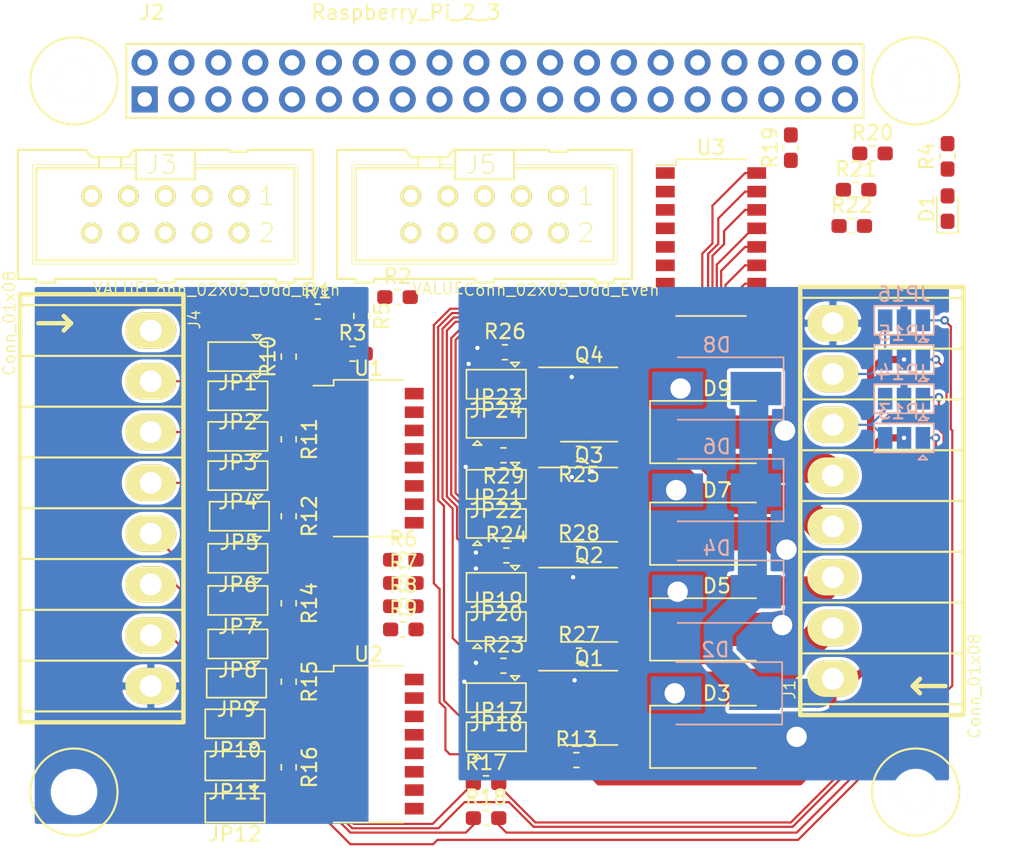
<source format=kicad_pcb>
(kicad_pcb (version 20171130) (host pcbnew 5.1.6-c6e7f7d~87~ubuntu18.04.1)
  (layers (0 F.Cu signal) (31 B.Cu signal) (34 B.Paste user) (35 F.Paste user) (36 B.SilkS user) (37 F.SilkS user) (38 B.Mask user) (39 F.Mask user) (44 Edge.Cuts user))
  (net 0 "")
  (net 1 GND)
  (net 2 "Net-(D1-Pad2)")
  (net 3 OUT1)
  (net 4 +12V)
  (net 5 GNDA)
  (net 6 OUT2)
  (net 7 OUT3)
  (net 8 OUT4)
  (net 9 IN7)
  (net 10 IN8)
  (net 11 UART_TX)
  (net 12 UART_RX)
  (net 13 I2C_SDA)
  (net 14 I2C_SCL)
  (net 15 SPI_CLK)
  (net 16 SPI_MISO)
  (net 17 SPI_MOSI)
  (net 18 SPI_CS)
  (net 19 +3V3)
  (net 20 IN6)
  (net 21 IN5)
  (net 22 IN4)
  (net 23 IN3)
  (net 24 IN2)
  (net 25 IN1)
  (net 26 GPIO0)
  (net 27 GPIO1)
  (net 28 GPIO2)
  (net 29 GPIO3)
  (net 30 GPIO4)
  (net 31 GPIO5)
  (net 32 GPIO6)
  (net 33 +5V)
  (net 34 "Net-(JP1-Pad1)")
  (net 35 "Net-(JP2-Pad1)")
  (net 36 "Net-(JP3-Pad1)")
  (net 37 "Net-(JP4-Pad1)")
  (net 38 "Net-(JP5-Pad1)")
  (net 39 "Net-(JP6-Pad1)")
  (net 40 "Net-(JP7-Pad1)")
  (net 41 "Net-(JP8-Pad1)")
  (net 42 "Net-(JP9-Pad1)")
  (net 43 "Net-(JP10-Pad1)")
  (net 44 "Net-(JP11-Pad1)")
  (net 45 "Net-(JP12-Pad1)")
  (net 46 "Net-(JP13-Pad1)")
  (net 47 "Net-(JP14-Pad1)")
  (net 48 "Net-(JP15-Pad1)")
  (net 49 "Net-(JP16-Pad1)")
  (net 50 "Net-(JP17-Pad2)")
  (net 51 "Net-(JP17-Pad3)")
  (net 52 "Net-(JP18-Pad2)")
  (net 53 "Net-(JP18-Pad1)")
  (net 54 "Net-(JP19-Pad3)")
  (net 55 "Net-(JP19-Pad2)")
  (net 56 "Net-(JP20-Pad1)")
  (net 57 "Net-(JP20-Pad2)")
  (net 58 "Net-(JP21-Pad2)")
  (net 59 "Net-(JP21-Pad3)")
  (net 60 "Net-(JP22-Pad1)")
  (net 61 "Net-(JP22-Pad2)")
  (net 62 "Net-(JP23-Pad2)")
  (net 63 "Net-(JP23-Pad3)")
  (net 64 "Net-(JP24-Pad2)")
  (net 65 "Net-(JP24-Pad1)")
  (net 66 S_IN1)
  (net 67 S_IN2)
  (net 68 S_IN3)
  (net 69 O_LED)
  (net 70 S_IN4)
  (net 71 S_IN5)
  (net 72 S_IN6)
  (net 73 S_IN7)
  (net 74 S_IN8)
  (net 75 "Net-(R10-Pad1)")
  (net 76 "Net-(R11-Pad1)")
  (net 77 "Net-(R12-Pad1)")
  (net 78 "Net-(R14-Pad1)")
  (net 79 "Net-(R15-Pad1)")
  (net 80 "Net-(R16-Pad1)")
  (net 81 "Net-(R17-Pad1)")
  (net 82 "Net-(R18-Pad1)")
  (net 83 S_OUT1)
  (net 84 "Net-(R19-Pad2)")
  (net 85 S_OUT2)
  (net 86 "Net-(R20-Pad2)")
  (net 87 S_OUT3)
  (net 88 "Net-(R21-Pad2)")
  (net 89 S_OUT4)
  (net 90 "Net-(R22-Pad2)")
  (module LED_SMD:LED_0603_1608Metric_Pad1.05x0.95mm_HandSolder (layer F.Cu) (at 143.9 75.6 90)
    (fp_text reference D1 (at 0 -1.43 90) (layer F.SilkS))
    (fp_text value LED)
    (pad 1 smd roundrect (at -0.875 0 90) (size 1.05 0.95) (layers F.Cu F.Paste F.Mask) (net 1 GND))
    (pad 2 smd roundrect (at 0.875 0 90) (size 1.05 0.95) (layers F.Cu F.Paste F.Mask) (net 2 "Net-(D1-Pad2)"))
  )
  (module Diode_SMD:D_SMB_Handsoldering (layer B.Cu) (at 127.9 109 180)
    (fp_text reference D2 (at 0 3) (layer B.SilkS) (effects (justify mirror)))
    (fp_text value MBRS240)
    (pad 2 smd rect (at 2.7 0 180) (size 3.5 2.3) (layers B.Cu B.Paste B.Mask) (net 3 OUT1))
    (pad 1 smd rect (at -2.7 0 180) (size 3.5 2.3) (layers B.Cu B.Paste B.Mask) (net 4 +12V))
  )
  (module Diode_SMD:D_SMB_Handsoldering (layer F.Cu) (at 128 112)
    (fp_text reference D3 (at 0 -3) (layer F.SilkS))
    (fp_text value MBRS240)
    (pad 1 smd rect (at -2.7 0) (size 3.5 2.3) (layers F.Cu F.Paste F.Mask) (net 3 OUT1))
    (pad 2 smd rect (at 2.7 0) (size 3.5 2.3) (layers F.Cu F.Paste F.Mask) (net 5 GNDA))
  )
  (module Diode_SMD:D_SMB_Handsoldering (layer B.Cu) (at 128 102 180)
    (fp_text reference D4 (at 0 3) (layer B.SilkS) (effects (justify mirror)))
    (fp_text value MBRS240)
    (pad 1 smd rect (at -2.7 0 180) (size 3.5 2.3) (layers B.Cu B.Paste B.Mask) (net 4 +12V))
    (pad 2 smd rect (at 2.7 0 180) (size 3.5 2.3) (layers B.Cu B.Paste B.Mask) (net 6 OUT2))
  )
  (module Diode_SMD:D_SMB_Handsoldering (layer F.Cu) (at 128 104.6)
    (fp_text reference D5 (at 0 -3) (layer F.SilkS))
    (fp_text value MBRS240)
    (pad 1 smd rect (at -2.7 0) (size 3.5 2.3) (layers F.Cu F.Paste F.Mask) (net 6 OUT2))
    (pad 2 smd rect (at 2.7 0) (size 3.5 2.3) (layers F.Cu F.Paste F.Mask) (net 5 GNDA))
  )
  (module Diode_SMD:D_SMB_Handsoldering (layer B.Cu) (at 128 95 180)
    (fp_text reference D6 (at 0 3) (layer B.SilkS) (effects (justify mirror)))
    (fp_text value MBRS240)
    (pad 2 smd rect (at 2.7 0 180) (size 3.5 2.3) (layers B.Cu B.Paste B.Mask) (net 7 OUT3))
    (pad 1 smd rect (at -2.7 0 180) (size 3.5 2.3) (layers B.Cu B.Paste B.Mask) (net 4 +12V))
  )
  (module Diode_SMD:D_SMB_Handsoldering (layer F.Cu) (at 128 98)
    (fp_text reference D7 (at 0 -3) (layer F.SilkS))
    (fp_text value MBRS240)
    (pad 1 smd rect (at -2.7 0) (size 3.5 2.3) (layers F.Cu F.Paste F.Mask) (net 7 OUT3))
    (pad 2 smd rect (at 2.7 0) (size 3.5 2.3) (layers F.Cu F.Paste F.Mask) (net 5 GNDA))
  )
  (module Diode_SMD:D_SMB_Handsoldering (layer B.Cu) (at 128 88 180)
    (fp_text reference D8 (at 0 3) (layer B.SilkS) (effects (justify mirror)))
    (fp_text value MBRS240)
    (pad 2 smd rect (at 2.7 0 180) (size 3.5 2.3) (layers B.Cu B.Paste B.Mask) (net 8 OUT4))
    (pad 1 smd rect (at -2.7 0 180) (size 3.5 2.3) (layers B.Cu B.Paste B.Mask) (net 4 +12V))
  )
  (module Diode_SMD:D_SMB_Handsoldering (layer F.Cu) (at 128 91)
    (fp_text reference D9 (at 0 -3) (layer F.SilkS))
    (fp_text value MBRS240)
    (pad 2 smd rect (at 2.7 0) (size 3.5 2.3) (layers F.Cu F.Paste F.Mask) (net 5 GNDA))
    (pad 1 smd rect (at -2.7 0) (size 3.5 2.3) (layers F.Cu F.Paste F.Mask) (net 8 OUT4))
  )
  (module cc_con-lst:con-ria-TYPE_182_169_8PIN (layer F.Cu) (at 136 108 90)
    (fp_text reference J1 (at -0.75 -3 90) (layer F.SilkS) (effects (font (size 0.8 0.8) (thickness 0.1))))
    (fp_text value Conn_01x08 (at -0.5 9.75 90) (layer F.SilkS) (effects (font (size 0.8 0.8) (thickness 0.1))))
    (pad 1 thru_hole oval (at 0 0 90) (size 2.5 3.5) (drill 1.5) (layers *.Cu *.Mask F.Paste F.SilkS) (net 4 +12V))
    (pad 2 thru_hole oval (at 3.49758 0 90) (size 2.5 3.5) (drill 1.5) (layers *.Cu *.Mask F.Paste F.SilkS) (net 3 OUT1))
    (pad 3 thru_hole oval (at 6.9977 0 90) (size 2.5 3.5) (drill 1.5) (layers *.Cu *.Mask F.Paste F.SilkS) (net 6 OUT2))
    (pad 4 thru_hole oval (at 10.49782 0 90) (size 2.5 3.5) (drill 1.5) (layers *.Cu *.Mask F.Paste F.SilkS) (net 7 OUT3))
    (pad 5 thru_hole oval (at 14 0 90) (size 2.5 3.5) (drill 1.5) (layers *.Cu *.Mask F.Paste F.SilkS) (net 8 OUT4))
    (pad 6 thru_hole oval (at 17.5 0 90) (size 2.5 3.5) (drill 1.5) (layers *.Cu *.Mask F.Paste F.SilkS) (net 9 IN7))
    (pad 7 thru_hole oval (at 21 0 90) (size 2.5 3.5) (drill 1.5) (layers *.Cu *.Mask F.Paste F.SilkS) (net 10 IN8))
    (pad 8 thru_hole oval (at 24.5 0 90) (size 2.5 3.5) (drill 1.5) (layers *.Cu *.Mask F.Paste F.SilkS) (net 5 GNDA))
  )
  (module cc_rpi:CC_RPI_3_4 (layer F.Cu) (at 88.575001 68.075001)
    (fp_text reference J2 (at 0.5 -6) (layer F.SilkS))
    (fp_text value Raspberry_Pi_2_3 (at 18 -6) (layer F.SilkS))
    (pad "" np_thru_hole circle (at 53.13 47.73) (size 2.7 2.7) (drill 2.7) (layers *.Cu *.Mask F.SilkS))
    (pad "" np_thru_hole circle (at -4.87 47.73) (size 2.7 2.7) (drill 2.7) (layers *.Cu *.Mask F.SilkS))
    (pad "" np_thru_hole circle (at -4.87 -1.27) (size 2.7 2.7) (drill 2.7) (layers *.Cu *.Mask F.SilkS))
    (pad "" np_thru_hole circle (at 53.13 -1.27) (size 2.7 2.7) (drill 2.7) (layers *.Cu *.Mask F.SilkS))
    (pad 26 thru_hole circle (at 30.48 -2.54) (size 1.8 1.8) (drill 1) (layers *.Cu *.Mask) (net 69 O_LED))
    (pad 25 thru_hole circle (at 30.48 0) (size 1.8 1.8) (drill 1) (layers *.Cu *.Mask) (net 1 GND))
    (pad 24 thru_hole circle (at 27.94 -2.54) (size 1.8 1.8) (drill 1) (layers *.Cu *.Mask) (net 18 SPI_CS))
    (pad 23 thru_hole circle (at 27.94 0) (size 1.8 1.8) (drill 1) (layers *.Cu *.Mask) (net 15 SPI_CLK))
    (pad 22 thru_hole circle (at 25.4 -2.54) (size 1.8 1.8) (drill 1) (layers *.Cu *.Mask) (net 72 S_IN6))
    (pad 21 thru_hole circle (at 25.4 0) (size 1.8 1.8) (drill 1) (layers *.Cu *.Mask) (net 16 SPI_MISO))
    (pad 20 thru_hole circle (at 22.86 -2.54) (size 1.8 1.8) (drill 1) (layers *.Cu *.Mask) (net 1 GND))
    (pad 19 thru_hole circle (at 22.86 0) (size 1.8 1.8) (drill 1) (layers *.Cu *.Mask) (net 17 SPI_MOSI))
    (pad 18 thru_hole circle (at 20.32 -2.54) (size 1.8 1.8) (drill 1) (layers *.Cu *.Mask) (net 71 S_IN5))
    (pad 17 thru_hole circle (at 20.32 0) (size 1.8 1.8) (drill 1) (layers *.Cu *.Mask) (net 19 +3V3))
    (pad 16 thru_hole circle (at 17.78 -2.54) (size 1.8 1.8) (drill 1) (layers *.Cu *.Mask) (net 70 S_IN4))
    (pad 15 thru_hole circle (at 17.78 0) (size 1.8 1.8) (drill 1) (layers *.Cu *.Mask) (net 68 S_IN3))
    (pad 14 thru_hole circle (at 15.24 -2.54) (size 1.8 1.8) (drill 1) (layers *.Cu *.Mask) (net 1 GND))
    (pad 13 thru_hole circle (at 15.24 0) (size 1.8 1.8) (drill 1) (layers *.Cu *.Mask) (net 74 S_IN8))
    (pad 12 thru_hole circle (at 12.7 -2.54) (size 1.8 1.8) (drill 1) (layers *.Cu *.Mask) (net 87 S_OUT3))
    (pad 11 thru_hole circle (at 12.7 0) (size 1.8 1.8) (drill 1) (layers *.Cu *.Mask) (net 85 S_OUT2))
    (pad 10 thru_hole circle (at 10.16 -2.54) (size 1.8 1.8) (drill 1) (layers *.Cu *.Mask) (net 12 UART_RX))
    (pad 9 thru_hole circle (at 10.16 0) (size 1.8 1.8) (drill 1) (layers *.Cu *.Mask) (net 1 GND))
    (pad 8 thru_hole circle (at 7.62 -2.54) (size 1.8 1.8) (drill 1) (layers *.Cu *.Mask) (net 11 UART_TX))
    (pad 7 thru_hole circle (at 7.62 0) (size 1.8 1.8) (drill 1) (layers *.Cu *.Mask) (net 28 GPIO2))
    (pad 6 thru_hole circle (at 5.08 -2.54) (size 1.8 1.8) (drill 1) (layers *.Cu *.Mask) (net 1 GND))
    (pad 5 thru_hole circle (at 5.08 0) (size 1.8 1.8) (drill 1) (layers *.Cu *.Mask) (net 14 I2C_SCL))
    (pad 4 thru_hole circle (at 2.54 -2.54) (size 1.8 1.8) (drill 1) (layers *.Cu *.Mask) (net 33 +5V))
    (pad 3 thru_hole circle (at 2.54 0) (size 1.8 1.8) (drill 1) (layers *.Cu *.Mask) (net 13 I2C_SDA))
    (pad 2 thru_hole circle (at 0 -2.54) (size 1.8 1.8) (drill 1) (layers *.Cu *.Mask) (net 33 +5V))
    (pad 1 thru_hole rect (at 0 0) (size 1.8 1.8) (drill 1) (layers *.Cu *.Mask) (net 19 +3V3))
    (pad 27 thru_hole circle (at 33.02 0) (size 1.8 1.8) (drill 1) (layers *.Cu *.Mask) (net 26 GPIO0))
    (pad 28 thru_hole circle (at 33.02 -2.54) (size 1.8 1.8) (drill 1) (layers *.Cu *.Mask) (net 27 GPIO1))
    (pad 29 thru_hole circle (at 35.56 0) (size 1.8 1.8) (drill 1) (layers *.Cu *.Mask) (net 29 GPIO3))
    (pad 30 thru_hole circle (at 35.56 -2.54) (size 1.8 1.8) (drill 1) (layers *.Cu *.Mask) (net 1 GND))
    (pad 31 thru_hole circle (at 38.1 0) (size 1.8 1.8) (drill 1) (layers *.Cu *.Mask) (net 30 GPIO4))
    (pad 32 thru_hole circle (at 38.1 -2.54) (size 1.8 1.8) (drill 1) (layers *.Cu *.Mask) (net 31 GPIO5))
    (pad 33 thru_hole circle (at 40.64 0) (size 1.8 1.8) (drill 1) (layers *.Cu *.Mask) (net 32 GPIO6))
    (pad 34 thru_hole circle (at 40.64 -2.54) (size 1.8 1.8) (drill 1) (layers *.Cu *.Mask) (net 1 GND))
    (pad 35 thru_hole circle (at 43.18 0) (size 1.8 1.8) (drill 1) (layers *.Cu *.Mask) (net 89 S_OUT4))
    (pad 36 thru_hole circle (at 43.18 -2.54) (size 1.8 1.8) (drill 1) (layers *.Cu *.Mask) (net 83 S_OUT1))
    (pad 37 thru_hole circle (at 45.72 0) (size 1.8 1.8) (drill 1) (layers *.Cu *.Mask) (net 73 S_IN7))
    (pad 38 thru_hole circle (at 45.72 -2.54) (size 1.8 1.8) (drill 1) (layers *.Cu *.Mask) (net 66 S_IN1))
    (pad 39 thru_hole circle (at 48.26 0) (size 1.8 1.8) (drill 1) (layers *.Cu *.Mask) (net 1 GND))
    (pad 40 thru_hole circle (at 48.26 -2.54) (size 1.8 1.8) (drill 1) (layers *.Cu *.Mask) (net 67 S_IN2))
  )
  (module con-harting-ml:con-harting-ml-ML10 (layer F.Cu) (at 90 76 180)
    (fp_text reference J3 (at 0.254 3.429) (layer F.SilkS) (effects (font (size 1.27 1.27) (thickness 0.0889))))
    (fp_text value Conn_02x05_Odd_Even (at -5.3 -5.2) (layer F.SilkS) (effects (font (size 0.8 0.8) (thickness 0.1))))
    (fp_text user 2 (at -6.985 -1.27) (layer F.SilkS) (effects (font (size 1.27 1.27) (thickness 0.0889))))
    (fp_text user 1 (at -6.985 1.27) (layer F.SilkS) (effects (font (size 1.27 1.27) (thickness 0.0889))))
    (fp_text user VALUE (at 3.2 -5.1) (layer F.SilkS) (effects (font (size 0.8 0.8) (thickness 0.1))))
    (pad 10 thru_hole circle (at 5.08 -1.27 180) (size 1.4224 1.4224) (drill 0.9144) (layers *.Cu *.Mask F.Paste F.SilkS) (net 1 GND))
    (pad 9 thru_hole circle (at 5.08 1.27 180) (size 1.4224 1.4224) (drill 0.9144) (layers *.Cu *.Mask F.Paste F.SilkS) (net 11 UART_TX))
    (pad 8 thru_hole circle (at 2.54 -1.27 180) (size 1.4224 1.4224) (drill 0.9144) (layers *.Cu *.Mask F.Paste F.SilkS) (net 12 UART_RX))
    (pad 7 thru_hole circle (at 2.54 1.27 180) (size 1.4224 1.4224) (drill 0.9144) (layers *.Cu *.Mask F.Paste F.SilkS) (net 13 I2C_SDA))
    (pad 6 thru_hole circle (at 0 -1.27 180) (size 1.4224 1.4224) (drill 0.9144) (layers *.Cu *.Mask F.Paste F.SilkS) (net 14 I2C_SCL))
    (pad 5 thru_hole circle (at 0 1.27 180) (size 1.4224 1.4224) (drill 0.9144) (layers *.Cu *.Mask F.Paste F.SilkS) (net 15 SPI_CLK))
    (pad 4 thru_hole circle (at -2.54 -1.27 180) (size 1.4224 1.4224) (drill 0.9144) (layers *.Cu *.Mask F.Paste F.SilkS) (net 16 SPI_MISO))
    (pad 3 thru_hole circle (at -2.54 1.27 180) (size 1.4224 1.4224) (drill 0.9144) (layers *.Cu *.Mask F.Paste F.SilkS) (net 17 SPI_MOSI))
    (pad 2 thru_hole circle (at -5.08 -1.27 180) (size 1.4224 1.4224) (drill 0.9144) (layers *.Cu *.Mask F.Paste F.SilkS) (net 18 SPI_CS))
    (pad 1 thru_hole circle (at -5.08 1.27 180) (size 1.4224 1.4224) (drill 0.9144) (layers *.Cu *.Mask F.Paste F.SilkS) (net 19 +3V3))
  )
  (module cc_con-lst:con-ria-TYPE_182_169_8PIN (layer F.Cu) (at 89 84 270)
    (fp_text reference J4 (at -0.75 -3 90) (layer F.SilkS) (effects (font (size 0.8 0.8) (thickness 0.1))))
    (fp_text value Conn_01x08 (at -0.5 9.75 90) (layer F.SilkS) (effects (font (size 0.8 0.8) (thickness 0.1))))
    (pad 8 thru_hole oval (at 24.5 0 270) (size 2.5 3.5) (drill 1.5) (layers *.Cu *.Mask F.Paste F.SilkS) (net 5 GNDA))
    (pad 7 thru_hole oval (at 21 0 270) (size 2.5 3.5) (drill 1.5) (layers *.Cu *.Mask F.Paste F.SilkS) (net 20 IN6))
    (pad 6 thru_hole oval (at 17.5 0 270) (size 2.5 3.5) (drill 1.5) (layers *.Cu *.Mask F.Paste F.SilkS) (net 21 IN5))
    (pad 5 thru_hole oval (at 14 0 270) (size 2.5 3.5) (drill 1.5) (layers *.Cu *.Mask F.Paste F.SilkS) (net 22 IN4))
    (pad 4 thru_hole oval (at 10.49782 0 270) (size 2.5 3.5) (drill 1.5) (layers *.Cu *.Mask F.Paste F.SilkS) (net 23 IN3))
    (pad 3 thru_hole oval (at 6.9977 0 270) (size 2.5 3.5) (drill 1.5) (layers *.Cu *.Mask F.Paste F.SilkS) (net 24 IN2))
    (pad 2 thru_hole oval (at 3.49758 0 270) (size 2.5 3.5) (drill 1.5) (layers *.Cu *.Mask F.Paste F.SilkS) (net 25 IN1))
    (pad 1 thru_hole oval (at 0 0 270) (size 2.5 3.5) (drill 1.5) (layers *.Cu *.Mask F.Paste F.SilkS) (net 4 +12V))
  )
  (module con-harting-ml:con-harting-ml-ML10 (layer F.Cu) (at 112 76 180)
    (fp_text reference J5 (at 0.254 3.429) (layer F.SilkS) (effects (font (size 1.27 1.27) (thickness 0.0889))))
    (fp_text value Conn_02x05_Odd_Even (at -5.3 -5.2) (layer F.SilkS) (effects (font (size 0.8 0.8) (thickness 0.1))))
    (fp_text user VALUE (at 3.2 -5.1) (layer F.SilkS) (effects (font (size 0.8 0.8) (thickness 0.1))))
    (fp_text user 1 (at -6.985 1.27) (layer F.SilkS) (effects (font (size 1.27 1.27) (thickness 0.0889))))
    (fp_text user 2 (at -6.985 -1.27) (layer F.SilkS) (effects (font (size 1.27 1.27) (thickness 0.0889))))
    (pad 1 thru_hole circle (at -5.08 1.27 180) (size 1.4224 1.4224) (drill 0.9144) (layers *.Cu *.Mask F.Paste F.SilkS) (net 19 +3V3))
    (pad 2 thru_hole circle (at -5.08 -1.27 180) (size 1.4224 1.4224) (drill 0.9144) (layers *.Cu *.Mask F.Paste F.SilkS) (net 26 GPIO0))
    (pad 3 thru_hole circle (at -2.54 1.27 180) (size 1.4224 1.4224) (drill 0.9144) (layers *.Cu *.Mask F.Paste F.SilkS) (net 27 GPIO1))
    (pad 4 thru_hole circle (at -2.54 -1.27 180) (size 1.4224 1.4224) (drill 0.9144) (layers *.Cu *.Mask F.Paste F.SilkS) (net 28 GPIO2))
    (pad 5 thru_hole circle (at 0 1.27 180) (size 1.4224 1.4224) (drill 0.9144) (layers *.Cu *.Mask F.Paste F.SilkS) (net 29 GPIO3))
    (pad 6 thru_hole circle (at 0 -1.27 180) (size 1.4224 1.4224) (drill 0.9144) (layers *.Cu *.Mask F.Paste F.SilkS) (net 30 GPIO4))
    (pad 7 thru_hole circle (at 2.54 1.27 180) (size 1.4224 1.4224) (drill 0.9144) (layers *.Cu *.Mask F.Paste F.SilkS) (net 31 GPIO5))
    (pad 8 thru_hole circle (at 2.54 -1.27 180) (size 1.4224 1.4224) (drill 0.9144) (layers *.Cu *.Mask F.Paste F.SilkS) (net 32 GPIO6))
    (pad 9 thru_hole circle (at 5.08 1.27 180) (size 1.4224 1.4224) (drill 0.9144) (layers *.Cu *.Mask F.Paste F.SilkS) (net 33 +5V))
    (pad 10 thru_hole circle (at 5.08 -1.27 180) (size 1.4224 1.4224) (drill 0.9144) (layers *.Cu *.Mask F.Paste F.SilkS) (net 1 GND))
  )
  (module Jumper:SolderJumper-3_P1.3mm_Open_Pad1.0x1.5mm (layer F.Cu) (at 95 85.8 180)
    (fp_text reference JP1 (at 0 -1.8) (layer F.SilkS))
    (fp_text value SolderJumper_3_Open)
    (pad 3 smd rect (at 1.3 0 180) (size 1 1.5) (layers F.Cu F.Mask) (net 25 IN1))
    (pad 2 smd rect (at 0 0 180) (size 1 1.5) (layers F.Cu F.Mask) (net 4 +12V))
    (pad 1 smd rect (at -1.3 0 180) (size 1 1.5) (layers F.Cu F.Mask) (net 34 "Net-(JP1-Pad1)"))
  )
  (module Jumper:SolderJumper-3_P1.3mm_Open_Pad1.0x1.5mm (layer F.Cu) (at 95 88.5 180)
    (fp_text reference JP2 (at 0 -1.8) (layer F.SilkS))
    (fp_text value SolderJumper_3_Open)
    (pad 3 smd rect (at 1.3 0 180) (size 1 1.5) (layers F.Cu F.Mask) (net 25 IN1))
    (pad 2 smd rect (at 0 0 180) (size 1 1.5) (layers F.Cu F.Mask) (net 5 GNDA))
    (pad 1 smd rect (at -1.3 0 180) (size 1 1.5) (layers F.Cu F.Mask) (net 35 "Net-(JP2-Pad1)"))
  )
  (module Jumper:SolderJumper-3_P1.3mm_Open_Pad1.0x1.5mm (layer F.Cu) (at 95 91.3 180)
    (fp_text reference JP3 (at 0 -1.8) (layer F.SilkS))
    (fp_text value SolderJumper_3_Open)
    (pad 1 smd rect (at -1.3 0 180) (size 1 1.5) (layers F.Cu F.Mask) (net 36 "Net-(JP3-Pad1)"))
    (pad 2 smd rect (at 0 0 180) (size 1 1.5) (layers F.Cu F.Mask) (net 4 +12V))
    (pad 3 smd rect (at 1.3 0 180) (size 1 1.5) (layers F.Cu F.Mask) (net 24 IN2))
  )
  (module Jumper:SolderJumper-3_P1.3mm_Open_Pad1.0x1.5mm (layer F.Cu) (at 95 94 180)
    (fp_text reference JP4 (at 0 -1.8) (layer F.SilkS))
    (fp_text value SolderJumper_3_Open)
    (pad 3 smd rect (at 1.3 0 180) (size 1 1.5) (layers F.Cu F.Mask) (net 24 IN2))
    (pad 2 smd rect (at 0 0 180) (size 1 1.5) (layers F.Cu F.Mask) (net 5 GNDA))
    (pad 1 smd rect (at -1.3 0 180) (size 1 1.5) (layers F.Cu F.Mask) (net 37 "Net-(JP4-Pad1)"))
  )
  (module Jumper:SolderJumper-3_P1.3mm_Open_Pad1.0x1.5mm (layer F.Cu) (at 95.1 96.8 180)
    (fp_text reference JP5 (at 0 -1.8) (layer F.SilkS))
    (fp_text value SolderJumper_3_Open)
    (pad 1 smd rect (at -1.3 0 180) (size 1 1.5) (layers F.Cu F.Mask) (net 38 "Net-(JP5-Pad1)"))
    (pad 2 smd rect (at 0 0 180) (size 1 1.5) (layers F.Cu F.Mask) (net 4 +12V))
    (pad 3 smd rect (at 1.3 0 180) (size 1 1.5) (layers F.Cu F.Mask) (net 23 IN3))
  )
  (module Jumper:SolderJumper-3_P1.3mm_Open_Pad1.0x1.5mm (layer F.Cu) (at 95 99.7 180)
    (fp_text reference JP6 (at 0 -1.8) (layer F.SilkS))
    (fp_text value SolderJumper_3_Open)
    (pad 3 smd rect (at 1.3 0 180) (size 1 1.5) (layers F.Cu F.Mask) (net 23 IN3))
    (pad 2 smd rect (at 0 0 180) (size 1 1.5) (layers F.Cu F.Mask) (net 5 GNDA))
    (pad 1 smd rect (at -1.3 0 180) (size 1 1.5) (layers F.Cu F.Mask) (net 39 "Net-(JP6-Pad1)"))
  )
  (module Jumper:SolderJumper-3_P1.3mm_Open_Pad1.0x1.5mm (layer F.Cu) (at 95 102.6 180)
    (fp_text reference JP7 (at 0 -1.8) (layer F.SilkS))
    (fp_text value SolderJumper_3_Open)
    (pad 3 smd rect (at 1.3 0 180) (size 1 1.5) (layers F.Cu F.Mask) (net 22 IN4))
    (pad 2 smd rect (at 0 0 180) (size 1 1.5) (layers F.Cu F.Mask) (net 4 +12V))
    (pad 1 smd rect (at -1.3 0 180) (size 1 1.5) (layers F.Cu F.Mask) (net 40 "Net-(JP7-Pad1)"))
  )
  (module Jumper:SolderJumper-3_P1.3mm_Open_Pad1.0x1.5mm (layer F.Cu) (at 95 105.6 180)
    (fp_text reference JP8 (at 0 -1.8) (layer F.SilkS))
    (fp_text value SolderJumper_3_Open)
    (pad 1 smd rect (at -1.3 0 180) (size 1 1.5) (layers F.Cu F.Mask) (net 41 "Net-(JP8-Pad1)"))
    (pad 2 smd rect (at 0 0 180) (size 1 1.5) (layers F.Cu F.Mask) (net 5 GNDA))
    (pad 3 smd rect (at 1.3 0 180) (size 1 1.5) (layers F.Cu F.Mask) (net 22 IN4))
  )
  (module Jumper:SolderJumper-3_P1.3mm_Open_Pad1.0x1.5mm (layer F.Cu) (at 94.9 108.3 180)
    (fp_text reference JP9 (at 0 -1.8) (layer F.SilkS))
    (fp_text value SolderJumper_3_Open)
    (pad 1 smd rect (at -1.3 0 180) (size 1 1.5) (layers F.Cu F.Mask) (net 42 "Net-(JP9-Pad1)"))
    (pad 2 smd rect (at 0 0 180) (size 1 1.5) (layers F.Cu F.Mask) (net 4 +12V))
    (pad 3 smd rect (at 1.3 0 180) (size 1 1.5) (layers F.Cu F.Mask) (net 21 IN5))
  )
  (module Jumper:SolderJumper-3_P1.3mm_Open_Pad1.0x1.5mm (layer F.Cu) (at 94.8 111.1 180)
    (fp_text reference JP10 (at 0 -1.8) (layer F.SilkS))
    (fp_text value SolderJumper_3_Open)
    (pad 3 smd rect (at 1.3 0 180) (size 1 1.5) (layers F.Cu F.Mask) (net 21 IN5))
    (pad 2 smd rect (at 0 0 180) (size 1 1.5) (layers F.Cu F.Mask) (net 5 GNDA))
    (pad 1 smd rect (at -1.3 0 180) (size 1 1.5) (layers F.Cu F.Mask) (net 43 "Net-(JP10-Pad1)"))
  )
  (module Jumper:SolderJumper-3_P1.3mm_Open_Pad1.0x1.5mm (layer F.Cu) (at 94.8 114 180)
    (fp_text reference JP11 (at 0 -1.8) (layer F.SilkS))
    (fp_text value SolderJumper_3_Open)
    (pad 1 smd rect (at -1.3 0 180) (size 1 1.5) (layers F.Cu F.Mask) (net 44 "Net-(JP11-Pad1)"))
    (pad 2 smd rect (at 0 0 180) (size 1 1.5) (layers F.Cu F.Mask) (net 4 +12V))
    (pad 3 smd rect (at 1.3 0 180) (size 1 1.5) (layers F.Cu F.Mask) (net 20 IN6))
  )
  (module Jumper:SolderJumper-3_P1.3mm_Open_Pad1.0x1.5mm (layer F.Cu) (at 94.8 116.9 180)
    (fp_text reference JP12 (at 0 -1.8) (layer F.SilkS))
    (fp_text value SolderJumper_3_Open)
    (pad 3 smd rect (at 1.3 0 180) (size 1 1.5) (layers F.Cu F.Mask) (net 20 IN6))
    (pad 2 smd rect (at 0 0 180) (size 1 1.5) (layers F.Cu F.Mask) (net 5 GNDA))
    (pad 1 smd rect (at -1.3 0 180) (size 1 1.5) (layers F.Cu F.Mask) (net 45 "Net-(JP12-Pad1)"))
  )
  (module Jumper:SolderJumper-3_P1.3mm_Open_Pad1.0x1.5mm (layer B.Cu) (at 140.9 91.4 180)
    (fp_text reference JP13 (at 0 1.8) (layer B.SilkS) (effects (justify mirror)))
    (fp_text value SolderJumper_3_Open)
    (pad 1 smd rect (at -1.3 0 180) (size 1 1.5) (layers B.Cu B.Mask) (net 46 "Net-(JP13-Pad1)"))
    (pad 2 smd rect (at 0 0 180) (size 1 1.5) (layers B.Cu B.Mask) (net 4 +12V))
    (pad 3 smd rect (at 1.3 0 180) (size 1 1.5) (layers B.Cu B.Mask) (net 9 IN7))
  )
  (module Jumper:SolderJumper-3_P1.3mm_Open_Pad1.0x1.5mm (layer B.Cu) (at 140.9 88.7 180)
    (fp_text reference JP14 (at 0 1.8) (layer B.SilkS) (effects (justify mirror)))
    (fp_text value SolderJumper_3_Open)
    (pad 3 smd rect (at 1.3 0 180) (size 1 1.5) (layers B.Cu B.Mask) (net 9 IN7))
    (pad 2 smd rect (at 0 0 180) (size 1 1.5) (layers B.Cu B.Mask) (net 5 GNDA))
    (pad 1 smd rect (at -1.3 0 180) (size 1 1.5) (layers B.Cu B.Mask) (net 47 "Net-(JP14-Pad1)"))
  )
  (module Jumper:SolderJumper-3_P1.3mm_Open_Pad1.0x1.5mm (layer B.Cu) (at 140.9 86 180)
    (fp_text reference JP15 (at 0 1.8) (layer B.SilkS) (effects (justify mirror)))
    (fp_text value SolderJumper_3_Open)
    (pad 1 smd rect (at -1.3 0 180) (size 1 1.5) (layers B.Cu B.Mask) (net 48 "Net-(JP15-Pad1)"))
    (pad 2 smd rect (at 0 0 180) (size 1 1.5) (layers B.Cu B.Mask) (net 4 +12V))
    (pad 3 smd rect (at 1.3 0 180) (size 1 1.5) (layers B.Cu B.Mask) (net 10 IN8))
  )
  (module Jumper:SolderJumper-3_P1.3mm_Open_Pad1.0x1.5mm (layer B.Cu) (at 140.9 83.3 180)
    (fp_text reference JP16 (at 0 1.8) (layer B.SilkS) (effects (justify mirror)))
    (fp_text value SolderJumper_3_Open)
    (pad 3 smd rect (at 1.3 0 180) (size 1 1.5) (layers B.Cu B.Mask) (net 10 IN8))
    (pad 2 smd rect (at 0 0 180) (size 1 1.5) (layers B.Cu B.Mask) (net 5 GNDA))
    (pad 1 smd rect (at -1.3 0 180) (size 1 1.5) (layers B.Cu B.Mask) (net 49 "Net-(JP16-Pad1)"))
  )
  (module Jumper:SolderJumper-3_P1.3mm_Open_Pad1.0x1.5mm (layer F.Cu) (at 112.8 112)
    (fp_text reference JP17 (at 0 -1.8) (layer F.SilkS))
    (fp_text value SolderJumper_3_Open)
    (pad 1 smd rect (at -1.3 0) (size 1 1.5) (layers F.Cu F.Mask) (net 4 +12V))
    (pad 2 smd rect (at 0 0) (size 1 1.5) (layers F.Cu F.Mask) (net 50 "Net-(JP17-Pad2)"))
    (pad 3 smd rect (at 1.3 0) (size 1 1.5) (layers F.Cu F.Mask) (net 51 "Net-(JP17-Pad3)"))
  )
  (module Jumper:SolderJumper-3_P1.3mm_Open_Pad1.0x1.5mm (layer F.Cu) (at 112.8 109.3 180)
    (fp_text reference JP18 (at 0 -1.8) (layer F.SilkS))
    (fp_text value SolderJumper_3_Open)
    (pad 3 smd rect (at 1.3 0 180) (size 1 1.5) (layers F.Cu F.Mask) (net 5 GNDA))
    (pad 2 smd rect (at 0 0 180) (size 1 1.5) (layers F.Cu F.Mask) (net 52 "Net-(JP18-Pad2)"))
    (pad 1 smd rect (at -1.3 0 180) (size 1 1.5) (layers F.Cu F.Mask) (net 53 "Net-(JP18-Pad1)"))
  )
  (module Jumper:SolderJumper-3_P1.3mm_Open_Pad1.0x1.5mm (layer F.Cu) (at 112.8 104.4)
    (fp_text reference JP19 (at 0 -1.8) (layer F.SilkS))
    (fp_text value SolderJumper_3_Open)
    (pad 3 smd rect (at 1.3 0) (size 1 1.5) (layers F.Cu F.Mask) (net 54 "Net-(JP19-Pad3)"))
    (pad 2 smd rect (at 0 0) (size 1 1.5) (layers F.Cu F.Mask) (net 55 "Net-(JP19-Pad2)"))
    (pad 1 smd rect (at -1.3 0) (size 1 1.5) (layers F.Cu F.Mask) (net 4 +12V))
  )
  (module Jumper:SolderJumper-3_P1.3mm_Open_Pad1.0x1.5mm (layer F.Cu) (at 112.8 101.7 180)
    (fp_text reference JP20 (at 0 -1.8) (layer F.SilkS))
    (fp_text value SolderJumper_3_Open)
    (pad 1 smd rect (at -1.3 0 180) (size 1 1.5) (layers F.Cu F.Mask) (net 56 "Net-(JP20-Pad1)"))
    (pad 2 smd rect (at 0 0 180) (size 1 1.5) (layers F.Cu F.Mask) (net 57 "Net-(JP20-Pad2)"))
    (pad 3 smd rect (at 1.3 0 180) (size 1 1.5) (layers F.Cu F.Mask) (net 5 GNDA))
  )
  (module Jumper:SolderJumper-3_P1.3mm_Open_Pad1.0x1.5mm (layer F.Cu) (at 112.8 97.3)
    (fp_text reference JP21 (at 0 -1.8) (layer F.SilkS))
    (fp_text value SolderJumper_3_Open)
    (pad 1 smd rect (at -1.3 0) (size 1 1.5) (layers F.Cu F.Mask) (net 4 +12V))
    (pad 2 smd rect (at 0 0) (size 1 1.5) (layers F.Cu F.Mask) (net 58 "Net-(JP21-Pad2)"))
    (pad 3 smd rect (at 1.3 0) (size 1 1.5) (layers F.Cu F.Mask) (net 59 "Net-(JP21-Pad3)"))
  )
  (module Jumper:SolderJumper-3_P1.3mm_Open_Pad1.0x1.5mm (layer F.Cu) (at 112.8 94.6 180)
    (fp_text reference JP22 (at 0 -1.8) (layer F.SilkS))
    (fp_text value SolderJumper_3_Open)
    (pad 1 smd rect (at -1.3 0 180) (size 1 1.5) (layers F.Cu F.Mask) (net 60 "Net-(JP22-Pad1)"))
    (pad 2 smd rect (at 0 0 180) (size 1 1.5) (layers F.Cu F.Mask) (net 61 "Net-(JP22-Pad2)"))
    (pad 3 smd rect (at 1.3 0 180) (size 1 1.5) (layers F.Cu F.Mask) (net 5 GNDA))
  )
  (module Jumper:SolderJumper-3_P1.3mm_Open_Pad1.0x1.5mm (layer F.Cu) (at 112.8 90.4)
    (fp_text reference JP23 (at 0 -1.8) (layer F.SilkS))
    (fp_text value SolderJumper_3_Open)
    (pad 1 smd rect (at -1.3 0) (size 1 1.5) (layers F.Cu F.Mask) (net 4 +12V))
    (pad 2 smd rect (at 0 0) (size 1 1.5) (layers F.Cu F.Mask) (net 62 "Net-(JP23-Pad2)"))
    (pad 3 smd rect (at 1.3 0) (size 1 1.5) (layers F.Cu F.Mask) (net 63 "Net-(JP23-Pad3)"))
  )
  (module Jumper:SolderJumper-3_P1.3mm_Open_Pad1.0x1.5mm (layer F.Cu) (at 112.8 87.7 180)
    (fp_text reference JP24 (at 0 -1.8) (layer F.SilkS))
    (fp_text value SolderJumper_3_Open)
    (pad 3 smd rect (at 1.3 0 180) (size 1 1.5) (layers F.Cu F.Mask) (net 5 GNDA))
    (pad 2 smd rect (at 0 0 180) (size 1 1.5) (layers F.Cu F.Mask) (net 64 "Net-(JP24-Pad2)"))
    (pad 1 smd rect (at -1.3 0 180) (size 1 1.5) (layers F.Cu F.Mask) (net 65 "Net-(JP24-Pad1)"))
  )
  (module Package_SO:SO-8_3.9x4.9mm_P1.27mm (layer F.Cu) (at 119.2 110)
    (fp_text reference Q1 (at 0 -3.4) (layer F.SilkS))
    (fp_text value IRF7389)
    (pad 1 smd roundrect (at -2.575 -1.905) (size 1.75 0.6) (layers F.Cu F.Paste F.Mask) (net 5 GNDA))
    (pad 2 smd roundrect (at -2.575 -0.635) (size 1.75 0.6) (layers F.Cu F.Paste F.Mask) (net 53 "Net-(JP18-Pad1)"))
    (pad 3 smd roundrect (at -2.575 0.635) (size 1.75 0.6) (layers F.Cu F.Paste F.Mask) (net 4 +12V))
    (pad 4 smd roundrect (at -2.575 1.905) (size 1.75 0.6) (layers F.Cu F.Paste F.Mask) (net 51 "Net-(JP17-Pad3)"))
    (pad 5 smd roundrect (at 2.575 1.905) (size 1.75 0.6) (layers F.Cu F.Paste F.Mask) (net 3 OUT1))
    (pad 6 smd roundrect (at 2.575 0.635) (size 1.75 0.6) (layers F.Cu F.Paste F.Mask) (net 3 OUT1))
    (pad 7 smd roundrect (at 2.575 -0.635) (size 1.75 0.6) (layers F.Cu F.Paste F.Mask) (net 3 OUT1))
    (pad 8 smd roundrect (at 2.575 -1.905) (size 1.75 0.6) (layers F.Cu F.Paste F.Mask) (net 3 OUT1))
  )
  (module Package_SO:SO-8_3.9x4.9mm_P1.27mm (layer F.Cu) (at 119.2 102.9)
    (fp_text reference Q2 (at 0 -3.4) (layer F.SilkS))
    (fp_text value IRF7389)
    (pad 8 smd roundrect (at 2.575 -1.905) (size 1.75 0.6) (layers F.Cu F.Paste F.Mask) (net 6 OUT2))
    (pad 7 smd roundrect (at 2.575 -0.635) (size 1.75 0.6) (layers F.Cu F.Paste F.Mask) (net 6 OUT2))
    (pad 6 smd roundrect (at 2.575 0.635) (size 1.75 0.6) (layers F.Cu F.Paste F.Mask) (net 6 OUT2))
    (pad 5 smd roundrect (at 2.575 1.905) (size 1.75 0.6) (layers F.Cu F.Paste F.Mask) (net 6 OUT2))
    (pad 4 smd roundrect (at -2.575 1.905) (size 1.75 0.6) (layers F.Cu F.Paste F.Mask) (net 54 "Net-(JP19-Pad3)"))
    (pad 3 smd roundrect (at -2.575 0.635) (size 1.75 0.6) (layers F.Cu F.Paste F.Mask) (net 4 +12V))
    (pad 2 smd roundrect (at -2.575 -0.635) (size 1.75 0.6) (layers F.Cu F.Paste F.Mask) (net 56 "Net-(JP20-Pad1)"))
    (pad 1 smd roundrect (at -2.575 -1.905) (size 1.75 0.6) (layers F.Cu F.Paste F.Mask) (net 5 GNDA))
  )
  (module Package_SO:SO-8_3.9x4.9mm_P1.27mm (layer F.Cu) (at 119.2 96)
    (fp_text reference Q3 (at 0 -3.4) (layer F.SilkS))
    (fp_text value IRF7389)
    (pad 8 smd roundrect (at 2.575 -1.905) (size 1.75 0.6) (layers F.Cu F.Paste F.Mask) (net 7 OUT3))
    (pad 7 smd roundrect (at 2.575 -0.635) (size 1.75 0.6) (layers F.Cu F.Paste F.Mask) (net 7 OUT3))
    (pad 6 smd roundrect (at 2.575 0.635) (size 1.75 0.6) (layers F.Cu F.Paste F.Mask) (net 7 OUT3))
    (pad 5 smd roundrect (at 2.575 1.905) (size 1.75 0.6) (layers F.Cu F.Paste F.Mask) (net 7 OUT3))
    (pad 4 smd roundrect (at -2.575 1.905) (size 1.75 0.6) (layers F.Cu F.Paste F.Mask) (net 59 "Net-(JP21-Pad3)"))
    (pad 3 smd roundrect (at -2.575 0.635) (size 1.75 0.6) (layers F.Cu F.Paste F.Mask) (net 4 +12V))
    (pad 2 smd roundrect (at -2.575 -0.635) (size 1.75 0.6) (layers F.Cu F.Paste F.Mask) (net 60 "Net-(JP22-Pad1)"))
    (pad 1 smd roundrect (at -2.575 -1.905) (size 1.75 0.6) (layers F.Cu F.Paste F.Mask) (net 5 GNDA))
  )
  (module Package_SO:SO-8_3.9x4.9mm_P1.27mm (layer F.Cu) (at 119.2 89.1)
    (fp_text reference Q4 (at 0 -3.4) (layer F.SilkS))
    (fp_text value IRF7389)
    (pad 1 smd roundrect (at -2.575 -1.905) (size 1.75 0.6) (layers F.Cu F.Paste F.Mask) (net 5 GNDA))
    (pad 2 smd roundrect (at -2.575 -0.635) (size 1.75 0.6) (layers F.Cu F.Paste F.Mask) (net 65 "Net-(JP24-Pad1)"))
    (pad 3 smd roundrect (at -2.575 0.635) (size 1.75 0.6) (layers F.Cu F.Paste F.Mask) (net 4 +12V))
    (pad 4 smd roundrect (at -2.575 1.905) (size 1.75 0.6) (layers F.Cu F.Paste F.Mask) (net 63 "Net-(JP23-Pad3)"))
    (pad 5 smd roundrect (at 2.575 1.905) (size 1.75 0.6) (layers F.Cu F.Paste F.Mask) (net 8 OUT4))
    (pad 6 smd roundrect (at 2.575 0.635) (size 1.75 0.6) (layers F.Cu F.Paste F.Mask) (net 8 OUT4))
    (pad 7 smd roundrect (at 2.575 -0.635) (size 1.75 0.6) (layers F.Cu F.Paste F.Mask) (net 8 OUT4))
    (pad 8 smd roundrect (at 2.575 -1.905) (size 1.75 0.6) (layers F.Cu F.Paste F.Mask) (net 8 OUT4))
  )
  (module Resistor_SMD:R_0603_1608Metric_Pad1.05x0.95mm_HandSolder (layer F.Cu) (at 100.5 82.7)
    (fp_text reference R1 (at 0 -1.43) (layer F.SilkS))
    (fp_text value 10k)
    (pad 1 smd roundrect (at -0.875 0) (size 1.05 0.95) (layers F.Cu F.Paste F.Mask) (net 19 +3V3))
    (pad 2 smd roundrect (at 0.875 0) (size 1.05 0.95) (layers F.Cu F.Paste F.Mask) (net 66 S_IN1))
  )
  (module Resistor_SMD:R_0603_1608Metric_Pad1.05x0.95mm_HandSolder (layer F.Cu) (at 106 81.7)
    (fp_text reference R2 (at 0 -1.43) (layer F.SilkS))
    (fp_text value 10k)
    (pad 1 smd roundrect (at -0.875 0) (size 1.05 0.95) (layers F.Cu F.Paste F.Mask) (net 19 +3V3))
    (pad 2 smd roundrect (at 0.875 0) (size 1.05 0.95) (layers F.Cu F.Paste F.Mask) (net 67 S_IN2))
  )
  (module Resistor_SMD:R_0603_1608Metric_Pad1.05x0.95mm_HandSolder (layer F.Cu) (at 102.9 85.6)
    (fp_text reference R3 (at 0 -1.43) (layer F.SilkS))
    (fp_text value 10k)
    (pad 1 smd roundrect (at -0.875 0) (size 1.05 0.95) (layers F.Cu F.Paste F.Mask) (net 19 +3V3))
    (pad 2 smd roundrect (at 0.875 0) (size 1.05 0.95) (layers F.Cu F.Paste F.Mask) (net 68 S_IN3))
  )
  (module Resistor_SMD:R_0603_1608Metric_Pad1.05x0.95mm_HandSolder (layer F.Cu) (at 143.9 72 90)
    (fp_text reference R4 (at 0 -1.43 90) (layer F.SilkS))
    (fp_text value 470)
    (pad 2 smd roundrect (at 0.875 0 90) (size 1.05 0.95) (layers F.Cu F.Paste F.Mask) (net 69 O_LED))
    (pad 1 smd roundrect (at -0.875 0 90) (size 1.05 0.95) (layers F.Cu F.Paste F.Mask) (net 2 "Net-(D1-Pad2)"))
  )
  (module Resistor_SMD:R_0603_1608Metric_Pad1.05x0.95mm_HandSolder (layer F.Cu) (at 103.5 83 270)
    (fp_text reference R5 (at 0 -1.43 90) (layer F.SilkS))
    (fp_text value 10k)
    (pad 1 smd roundrect (at -0.875 0 270) (size 1.05 0.95) (layers F.Cu F.Paste F.Mask) (net 19 +3V3))
    (pad 2 smd roundrect (at 0.875 0 270) (size 1.05 0.95) (layers F.Cu F.Paste F.Mask) (net 70 S_IN4))
  )
  (module Resistor_SMD:R_0603_1608Metric_Pad1.05x0.95mm_HandSolder (layer F.Cu) (at 106.4 99.8)
    (fp_text reference R6 (at 0 -1.43) (layer F.SilkS))
    (fp_text value 10k)
    (pad 1 smd roundrect (at -0.875 0) (size 1.05 0.95) (layers F.Cu F.Paste F.Mask) (net 19 +3V3))
    (pad 2 smd roundrect (at 0.875 0) (size 1.05 0.95) (layers F.Cu F.Paste F.Mask) (net 71 S_IN5))
  )
  (module Resistor_SMD:R_0603_1608Metric_Pad1.05x0.95mm_HandSolder (layer F.Cu) (at 106.4 101.4)
    (fp_text reference R7 (at 0 -1.43) (layer F.SilkS))
    (fp_text value 10k)
    (pad 1 smd roundrect (at -0.875 0) (size 1.05 0.95) (layers F.Cu F.Paste F.Mask) (net 19 +3V3))
    (pad 2 smd roundrect (at 0.875 0) (size 1.05 0.95) (layers F.Cu F.Paste F.Mask) (net 72 S_IN6))
  )
  (module Resistor_SMD:R_0603_1608Metric_Pad1.05x0.95mm_HandSolder (layer F.Cu) (at 106.4 103)
    (fp_text reference R8 (at 0 -1.43) (layer F.SilkS))
    (fp_text value 10k)
    (pad 1 smd roundrect (at -0.875 0) (size 1.05 0.95) (layers F.Cu F.Paste F.Mask) (net 19 +3V3))
    (pad 2 smd roundrect (at 0.875 0) (size 1.05 0.95) (layers F.Cu F.Paste F.Mask) (net 73 S_IN7))
  )
  (module Resistor_SMD:R_0603_1608Metric_Pad1.05x0.95mm_HandSolder (layer F.Cu) (at 106.4 104.6)
    (fp_text reference R9 (at 0 -1.43) (layer F.SilkS))
    (fp_text value 10k)
    (pad 1 smd roundrect (at -0.875 0) (size 1.05 0.95) (layers F.Cu F.Paste F.Mask) (net 19 +3V3))
    (pad 2 smd roundrect (at 0.875 0) (size 1.05 0.95) (layers F.Cu F.Paste F.Mask) (net 74 S_IN8))
  )
  (module Resistor_SMD:R_0603_1608Metric_Pad1.05x0.95mm_HandSolder (layer F.Cu) (at 98.5 85.8 90)
    (fp_text reference R10 (at 0 -1.43 90) (layer F.SilkS))
    (fp_text value 1k)
    (pad 2 smd roundrect (at 0.875 0 90) (size 1.05 0.95) (layers F.Cu F.Paste F.Mask) (net 34 "Net-(JP1-Pad1)"))
    (pad 1 smd roundrect (at -0.875 0 90) (size 1.05 0.95) (layers F.Cu F.Paste F.Mask) (net 75 "Net-(R10-Pad1)"))
  )
  (module Resistor_SMD:R_0603_1608Metric_Pad1.05x0.95mm_HandSolder (layer F.Cu) (at 98.5 91.5 270)
    (fp_text reference R11 (at 0 -1.43 90) (layer F.SilkS))
    (fp_text value 1k)
    (pad 2 smd roundrect (at 0.875 0 270) (size 1.05 0.95) (layers F.Cu F.Paste F.Mask) (net 36 "Net-(JP3-Pad1)"))
    (pad 1 smd roundrect (at -0.875 0 270) (size 1.05 0.95) (layers F.Cu F.Paste F.Mask) (net 76 "Net-(R11-Pad1)"))
  )
  (module Resistor_SMD:R_0603_1608Metric_Pad1.05x0.95mm_HandSolder (layer F.Cu) (at 98.5 96.8 270)
    (fp_text reference R12 (at 0 -1.43 90) (layer F.SilkS))
    (fp_text value 1k)
    (pad 2 smd roundrect (at 0.875 0 270) (size 1.05 0.95) (layers F.Cu F.Paste F.Mask) (net 38 "Net-(JP5-Pad1)"))
    (pad 1 smd roundrect (at -0.875 0 270) (size 1.05 0.95) (layers F.Cu F.Paste F.Mask) (net 77 "Net-(R12-Pad1)"))
  )
  (module Resistor_SMD:R_0603_1608Metric_Pad1.05x0.95mm_HandSolder (layer F.Cu) (at 118.325 113.6)
    (fp_text reference R13 (at 0 -1.43) (layer F.SilkS))
    (fp_text value 10k)
    (pad 2 smd roundrect (at 0.875 0) (size 1.05 0.95) (layers F.Cu F.Paste F.Mask) (net 4 +12V))
    (pad 1 smd roundrect (at -0.875 0) (size 1.05 0.95) (layers F.Cu F.Paste F.Mask) (net 51 "Net-(JP17-Pad3)"))
  )
  (module Resistor_SMD:R_0603_1608Metric_Pad1.05x0.95mm_HandSolder (layer F.Cu) (at 98.5 102.8 270)
    (fp_text reference R14 (at 0 -1.43 90) (layer F.SilkS))
    (fp_text value 1k)
    (pad 2 smd roundrect (at 0.875 0 270) (size 1.05 0.95) (layers F.Cu F.Paste F.Mask) (net 40 "Net-(JP7-Pad1)"))
    (pad 1 smd roundrect (at -0.875 0 270) (size 1.05 0.95) (layers F.Cu F.Paste F.Mask) (net 78 "Net-(R14-Pad1)"))
  )
  (module Resistor_SMD:R_0603_1608Metric_Pad1.05x0.95mm_HandSolder (layer F.Cu) (at 98.5 108.2 270)
    (fp_text reference R15 (at 0 -1.43 90) (layer F.SilkS))
    (fp_text value 1k)
    (pad 2 smd roundrect (at 0.875 0 270) (size 1.05 0.95) (layers F.Cu F.Paste F.Mask) (net 42 "Net-(JP9-Pad1)"))
    (pad 1 smd roundrect (at -0.875 0 270) (size 1.05 0.95) (layers F.Cu F.Paste F.Mask) (net 79 "Net-(R15-Pad1)"))
  )
  (module Resistor_SMD:R_0603_1608Metric_Pad1.05x0.95mm_HandSolder (layer F.Cu) (at 98.5 114.1 270)
    (fp_text reference R16 (at 0 -1.43 90) (layer F.SilkS))
    (fp_text value 1k)
    (pad 2 smd roundrect (at 0.875 0 270) (size 1.05 0.95) (layers F.Cu F.Paste F.Mask) (net 44 "Net-(JP11-Pad1)"))
    (pad 1 smd roundrect (at -0.875 0 270) (size 1.05 0.95) (layers F.Cu F.Paste F.Mask) (net 80 "Net-(R16-Pad1)"))
  )
  (module Resistor_SMD:R_0603_1608Metric_Pad1.05x0.95mm_HandSolder (layer F.Cu) (at 112.1 115.2)
    (fp_text reference R17 (at 0 -1.43) (layer F.SilkS))
    (fp_text value 1k)
    (pad 2 smd roundrect (at 0.875 0) (size 1.05 0.95) (layers F.Cu F.Paste F.Mask) (net 46 "Net-(JP13-Pad1)"))
    (pad 1 smd roundrect (at -0.875 0) (size 1.05 0.95) (layers F.Cu F.Paste F.Mask) (net 81 "Net-(R17-Pad1)"))
  )
  (module Resistor_SMD:R_0603_1608Metric_Pad1.05x0.95mm_HandSolder (layer F.Cu) (at 112.1 117.6)
    (fp_text reference R18 (at 0 -1.43) (layer F.SilkS))
    (fp_text value 1k)
    (pad 2 smd roundrect (at 0.875 0) (size 1.05 0.95) (layers F.Cu F.Paste F.Mask) (net 48 "Net-(JP15-Pad1)"))
    (pad 1 smd roundrect (at -0.875 0) (size 1.05 0.95) (layers F.Cu F.Paste F.Mask) (net 82 "Net-(R18-Pad1)"))
  )
  (module Resistor_SMD:R_0603_1608Metric_Pad1.05x0.95mm_HandSolder (layer F.Cu) (at 133.1 71.4 90)
    (fp_text reference R19 (at 0 -1.43 90) (layer F.SilkS))
    (fp_text value 220)
    (pad 1 smd roundrect (at -0.875 0 90) (size 1.05 0.95) (layers F.Cu F.Paste F.Mask) (net 83 S_OUT1))
    (pad 2 smd roundrect (at 0.875 0 90) (size 1.05 0.95) (layers F.Cu F.Paste F.Mask) (net 84 "Net-(R19-Pad2)"))
  )
  (module Resistor_SMD:R_0603_1608Metric_Pad1.05x0.95mm_HandSolder (layer F.Cu) (at 138.725 71.8)
    (fp_text reference R20 (at 0 -1.43) (layer F.SilkS))
    (fp_text value 220)
    (pad 1 smd roundrect (at -0.875 0) (size 1.05 0.95) (layers F.Cu F.Paste F.Mask) (net 85 S_OUT2))
    (pad 2 smd roundrect (at 0.875 0) (size 1.05 0.95) (layers F.Cu F.Paste F.Mask) (net 86 "Net-(R20-Pad2)"))
  )
  (module Resistor_SMD:R_0603_1608Metric_Pad1.05x0.95mm_HandSolder (layer F.Cu) (at 137.6 74.3)
    (fp_text reference R21 (at 0 -1.43) (layer F.SilkS))
    (fp_text value 220)
    (pad 1 smd roundrect (at -0.875 0) (size 1.05 0.95) (layers F.Cu F.Paste F.Mask) (net 87 S_OUT3))
    (pad 2 smd roundrect (at 0.875 0) (size 1.05 0.95) (layers F.Cu F.Paste F.Mask) (net 88 "Net-(R21-Pad2)"))
  )
  (module Resistor_SMD:R_0603_1608Metric_Pad1.05x0.95mm_HandSolder (layer F.Cu) (at 137.3 76.8)
    (fp_text reference R22 (at 0 -1.43) (layer F.SilkS))
    (fp_text value 220)
    (pad 1 smd roundrect (at -0.875 0) (size 1.05 0.95) (layers F.Cu F.Paste F.Mask) (net 89 S_OUT4))
    (pad 2 smd roundrect (at 0.875 0) (size 1.05 0.95) (layers F.Cu F.Paste F.Mask) (net 90 "Net-(R22-Pad2)"))
  )
  (module Resistor_SMD:R_0603_1608Metric_Pad1.05x0.95mm_HandSolder (layer F.Cu) (at 113.3 107.1)
    (fp_text reference R23 (at 0 -1.43) (layer F.SilkS))
    (fp_text value 10k)
    (pad 2 smd roundrect (at 0.875 0) (size 1.05 0.95) (layers F.Cu F.Paste F.Mask) (net 53 "Net-(JP18-Pad1)"))
    (pad 1 smd roundrect (at -0.875 0) (size 1.05 0.95) (layers F.Cu F.Paste F.Mask) (net 5 GNDA))
  )
  (module Resistor_SMD:R_0603_1608Metric_Pad1.05x0.95mm_HandSolder (layer F.Cu) (at 113.5 99.5)
    (fp_text reference R24 (at 0 -1.43) (layer F.SilkS))
    (fp_text value 10k)
    (pad 2 smd roundrect (at 0.875 0) (size 1.05 0.95) (layers F.Cu F.Paste F.Mask) (net 56 "Net-(JP20-Pad1)"))
    (pad 1 smd roundrect (at -0.875 0) (size 1.05 0.95) (layers F.Cu F.Paste F.Mask) (net 5 GNDA))
  )
  (module Resistor_SMD:R_0603_1608Metric_Pad1.05x0.95mm_HandSolder (layer F.Cu) (at 118.5 92.5 180)
    (fp_text reference R25 (at 0 -1.43) (layer F.SilkS))
    (fp_text value 10k)
    (pad 1 smd roundrect (at -0.875 0 180) (size 1.05 0.95) (layers F.Cu F.Paste F.Mask) (net 5 GNDA))
    (pad 2 smd roundrect (at 0.875 0 180) (size 1.05 0.95) (layers F.Cu F.Paste F.Mask) (net 60 "Net-(JP22-Pad1)"))
  )
  (module Resistor_SMD:R_0603_1608Metric_Pad1.05x0.95mm_HandSolder (layer F.Cu) (at 113.4 85.5)
    (fp_text reference R26 (at 0 -1.43) (layer F.SilkS))
    (fp_text value 10k)
    (pad 1 smd roundrect (at -0.875 0) (size 1.05 0.95) (layers F.Cu F.Paste F.Mask) (net 5 GNDA))
    (pad 2 smd roundrect (at 0.875 0) (size 1.05 0.95) (layers F.Cu F.Paste F.Mask) (net 65 "Net-(JP24-Pad1)"))
  )
  (module Resistor_SMD:R_0603_1608Metric_Pad1.05x0.95mm_HandSolder (layer F.Cu) (at 118.5 106.4)
    (fp_text reference R27 (at 0 -1.43) (layer F.SilkS))
    (fp_text value 10k)
    (pad 2 smd roundrect (at 0.875 0) (size 1.05 0.95) (layers F.Cu F.Paste F.Mask) (net 4 +12V))
    (pad 1 smd roundrect (at -0.875 0) (size 1.05 0.95) (layers F.Cu F.Paste F.Mask) (net 54 "Net-(JP19-Pad3)"))
  )
  (module Resistor_SMD:R_0603_1608Metric_Pad1.05x0.95mm_HandSolder (layer F.Cu) (at 118.5 99.4)
    (fp_text reference R28 (at 0 -1.43) (layer F.SilkS))
    (fp_text value 10k)
    (pad 2 smd roundrect (at 0.875 0) (size 1.05 0.95) (layers F.Cu F.Paste F.Mask) (net 4 +12V))
    (pad 1 smd roundrect (at -0.875 0) (size 1.05 0.95) (layers F.Cu F.Paste F.Mask) (net 59 "Net-(JP21-Pad3)"))
  )
  (module Resistor_SMD:R_0603_1608Metric_Pad1.05x0.95mm_HandSolder (layer F.Cu) (at 113.3 92.6 180)
    (fp_text reference R29 (at 0 -1.43) (layer F.SilkS))
    (fp_text value 10k)
    (pad 1 smd roundrect (at -0.875 0 180) (size 1.05 0.95) (layers F.Cu F.Paste F.Mask) (net 63 "Net-(JP23-Pad3)"))
    (pad 2 smd roundrect (at 0.875 0 180) (size 1.05 0.95) (layers F.Cu F.Paste F.Mask) (net 4 +12V))
  )
  (module Package_SO:SOP-16_4.4x10.4mm_P1.27mm (layer F.Cu) (at 104 92.8)
    (fp_text reference U1 (at 0 -6.2) (layer F.SilkS))
    (fp_text value LTV-247)
    (pad 1 smd rect (at -3.15 -4.45) (size 1.3 0.8) (layers F.Cu F.Paste F.Mask) (net 75 "Net-(R10-Pad1)"))
    (pad 2 smd rect (at -3.15 -3.17) (size 1.3 0.8) (layers F.Cu F.Paste F.Mask) (net 35 "Net-(JP2-Pad1)"))
    (pad 3 smd rect (at -3.15 -1.91) (size 1.3 0.8) (layers F.Cu F.Paste F.Mask) (net 76 "Net-(R11-Pad1)"))
    (pad 4 smd rect (at -3.15 -0.64) (size 1.3 0.8) (layers F.Cu F.Paste F.Mask) (net 37 "Net-(JP4-Pad1)"))
    (pad 5 smd rect (at -3.15 0.64) (size 1.3 0.8) (layers F.Cu F.Paste F.Mask) (net 77 "Net-(R12-Pad1)"))
    (pad 6 smd rect (at -3.15 1.91) (size 1.3 0.8) (layers F.Cu F.Paste F.Mask) (net 39 "Net-(JP6-Pad1)"))
    (pad 7 smd rect (at -3.15 3.17) (size 1.3 0.8) (layers F.Cu F.Paste F.Mask) (net 78 "Net-(R14-Pad1)"))
    (pad 8 smd rect (at -3.15 4.45) (size 1.3 0.8) (layers F.Cu F.Paste F.Mask) (net 41 "Net-(JP8-Pad1)"))
    (pad 9 smd rect (at 3.15 4.45) (size 1.3 0.8) (layers F.Cu F.Paste F.Mask) (net 1 GND))
    (pad 10 smd rect (at 3.15 3.17) (size 1.3 0.8) (layers F.Cu F.Paste F.Mask) (net 70 S_IN4))
    (pad 11 smd rect (at 3.15 1.91) (size 1.3 0.8) (layers F.Cu F.Paste F.Mask) (net 1 GND))
    (pad 12 smd rect (at 3.15 0.64) (size 1.3 0.8) (layers F.Cu F.Paste F.Mask) (net 68 S_IN3))
    (pad 13 smd rect (at 3.15 -0.64) (size 1.3 0.8) (layers F.Cu F.Paste F.Mask) (net 1 GND))
    (pad 14 smd rect (at 3.15 -1.91) (size 1.3 0.8) (layers F.Cu F.Paste F.Mask) (net 67 S_IN2))
    (pad 15 smd rect (at 3.15 -3.17) (size 1.3 0.8) (layers F.Cu F.Paste F.Mask) (net 1 GND))
    (pad 16 smd rect (at 3.15 -4.45) (size 1.3 0.8) (layers F.Cu F.Paste F.Mask) (net 66 S_IN1))
  )
  (module Package_SO:SOP-16_4.4x10.4mm_P1.27mm (layer F.Cu) (at 104 112.5)
    (fp_text reference U2 (at 0 -6.2) (layer F.SilkS))
    (fp_text value LTV-247)
    (pad 16 smd rect (at 3.15 -4.45) (size 1.3 0.8) (layers F.Cu F.Paste F.Mask) (net 71 S_IN5))
    (pad 15 smd rect (at 3.15 -3.17) (size 1.3 0.8) (layers F.Cu F.Paste F.Mask) (net 1 GND))
    (pad 14 smd rect (at 3.15 -1.91) (size 1.3 0.8) (layers F.Cu F.Paste F.Mask) (net 72 S_IN6))
    (pad 13 smd rect (at 3.15 -0.64) (size 1.3 0.8) (layers F.Cu F.Paste F.Mask) (net 1 GND))
    (pad 12 smd rect (at 3.15 0.64) (size 1.3 0.8) (layers F.Cu F.Paste F.Mask) (net 73 S_IN7))
    (pad 11 smd rect (at 3.15 1.91) (size 1.3 0.8) (layers F.Cu F.Paste F.Mask) (net 1 GND))
    (pad 10 smd rect (at 3.15 3.17) (size 1.3 0.8) (layers F.Cu F.Paste F.Mask) (net 74 S_IN8))
    (pad 9 smd rect (at 3.15 4.45) (size 1.3 0.8) (layers F.Cu F.Paste F.Mask) (net 1 GND))
    (pad 8 smd rect (at -3.15 4.45) (size 1.3 0.8) (layers F.Cu F.Paste F.Mask) (net 49 "Net-(JP16-Pad1)"))
    (pad 7 smd rect (at -3.15 3.17) (size 1.3 0.8) (layers F.Cu F.Paste F.Mask) (net 82 "Net-(R18-Pad1)"))
    (pad 6 smd rect (at -3.15 1.91) (size 1.3 0.8) (layers F.Cu F.Paste F.Mask) (net 47 "Net-(JP14-Pad1)"))
    (pad 5 smd rect (at -3.15 0.64) (size 1.3 0.8) (layers F.Cu F.Paste F.Mask) (net 81 "Net-(R17-Pad1)"))
    (pad 4 smd rect (at -3.15 -0.64) (size 1.3 0.8) (layers F.Cu F.Paste F.Mask) (net 45 "Net-(JP12-Pad1)"))
    (pad 3 smd rect (at -3.15 -1.91) (size 1.3 0.8) (layers F.Cu F.Paste F.Mask) (net 80 "Net-(R16-Pad1)"))
    (pad 2 smd rect (at -3.15 -3.17) (size 1.3 0.8) (layers F.Cu F.Paste F.Mask) (net 43 "Net-(JP10-Pad1)"))
    (pad 1 smd rect (at -3.15 -4.45) (size 1.3 0.8) (layers F.Cu F.Paste F.Mask) (net 79 "Net-(R15-Pad1)"))
  )
  (module Package_SO:SOP-16_4.4x10.4mm_P1.27mm (layer F.Cu) (at 127.6 77.6)
    (fp_text reference U3 (at 0 -6.2) (layer F.SilkS))
    (fp_text value LTV-247)
    (pad 1 smd rect (at -3.15 -4.45) (size 1.3 0.8) (layers F.Cu F.Paste F.Mask) (net 84 "Net-(R19-Pad2)"))
    (pad 2 smd rect (at -3.15 -3.17) (size 1.3 0.8) (layers F.Cu F.Paste F.Mask) (net 1 GND))
    (pad 3 smd rect (at -3.15 -1.91) (size 1.3 0.8) (layers F.Cu F.Paste F.Mask) (net 86 "Net-(R20-Pad2)"))
    (pad 4 smd rect (at -3.15 -0.64) (size 1.3 0.8) (layers F.Cu F.Paste F.Mask) (net 1 GND))
    (pad 5 smd rect (at -3.15 0.64) (size 1.3 0.8) (layers F.Cu F.Paste F.Mask) (net 88 "Net-(R21-Pad2)"))
    (pad 6 smd rect (at -3.15 1.91) (size 1.3 0.8) (layers F.Cu F.Paste F.Mask) (net 1 GND))
    (pad 7 smd rect (at -3.15 3.17) (size 1.3 0.8) (layers F.Cu F.Paste F.Mask) (net 90 "Net-(R22-Pad2)"))
    (pad 8 smd rect (at -3.15 4.45) (size 1.3 0.8) (layers F.Cu F.Paste F.Mask) (net 1 GND))
    (pad 9 smd rect (at 3.15 4.45) (size 1.3 0.8) (layers F.Cu F.Paste F.Mask) (net 64 "Net-(JP24-Pad2)"))
    (pad 10 smd rect (at 3.15 3.17) (size 1.3 0.8) (layers F.Cu F.Paste F.Mask) (net 62 "Net-(JP23-Pad2)"))
    (pad 11 smd rect (at 3.15 1.91) (size 1.3 0.8) (layers F.Cu F.Paste F.Mask) (net 61 "Net-(JP22-Pad2)"))
    (pad 12 smd rect (at 3.15 0.64) (size 1.3 0.8) (layers F.Cu F.Paste F.Mask) (net 58 "Net-(JP21-Pad2)"))
    (pad 13 smd rect (at 3.15 -0.64) (size 1.3 0.8) (layers F.Cu F.Paste F.Mask) (net 57 "Net-(JP20-Pad2)"))
    (pad 14 smd rect (at 3.15 -1.91) (size 1.3 0.8) (layers F.Cu F.Paste F.Mask) (net 55 "Net-(JP19-Pad2)"))
    (pad 15 smd rect (at 3.15 -3.17) (size 1.3 0.8) (layers F.Cu F.Paste F.Mask) (net 52 "Net-(JP18-Pad2)"))
    (pad 16 smd rect (at 3.15 -4.45) (size 1.3 0.8) (layers F.Cu F.Paste F.Mask) (net 50 "Net-(JP17-Pad2)"))
  )
  (segment (start 125.3 112) (end 125.3 111.7) (width 2) (layer F.Cu) (net 3))
  (segment (start 125.3 111.7) (end 128.7 108.3) (width 2) (layer F.Cu) (net 3))
  (via (at 125.1 109) (size 2) (drill 1.4) (layers F.Cu B.Cu) (net 3))
  (segment (start 125.2 109) (end 125.1 109) (width 2) (layer B.Cu) (net 3))
  (segment (start 135.5 104.50242) (end 136 104.50242) (width 2) (layer F.Cu) (net 3))
  (segment (start 131.70242 108.3) (end 135.5 104.50242) (width 2) (layer F.Cu) (net 3))
  (segment (start 128.7 108.3) (end 131.70242 108.3) (width 2) (layer F.Cu) (net 3))
  (segment (start 115.584989 110.800011) (end 115.75 110.635) (width 0.15) (layer F.Cu) (net 4))
  (segment (start 111.5 111.1) (end 111.799989 110.800011) (width 0.15) (layer F.Cu) (net 4))
  (segment (start 111.5 112) (end 111.5 111.1) (width 0.15) (layer F.Cu) (net 4))
  (segment (start 111.799989 110.800011) (end 115.584989 110.800011) (width 0.15) (layer F.Cu) (net 4))
  (segment (start 115.75 110.635) (end 116.625 110.635) (width 0.15) (layer F.Cu) (net 4))
  (segment (start 111.5 103.5) (end 111.7 103.3) (width 0.15) (layer F.Cu) (net 4))
  (segment (start 111.5 104.4) (end 111.5 103.5) (width 0.15) (layer F.Cu) (net 4))
  (segment (start 116.39 103.3) (end 116.625 103.535) (width 0.15) (layer F.Cu) (net 4))
  (segment (start 111.7 103.3) (end 116.39 103.3) (width 0.15) (layer F.Cu) (net 4))
  (segment (start 111.5 96.4) (end 111.8 96.1) (width 0.15) (layer F.Cu) (net 4))
  (segment (start 111.5 97.3) (end 111.5 96.4) (width 0.15) (layer F.Cu) (net 4))
  (segment (start 116.09 96.1) (end 116.625 96.635) (width 0.15) (layer F.Cu) (net 4))
  (segment (start 111.8 96.1) (end 116.09 96.1) (width 0.15) (layer F.Cu) (net 4))
  (segment (start 111.5 89.5) (end 111.8 89.2) (width 0.15) (layer F.Cu) (net 4))
  (segment (start 111.5 90.4) (end 111.5 89.5) (width 0.15) (layer F.Cu) (net 4))
  (segment (start 116.09 89.2) (end 116.625 89.735) (width 0.15) (layer F.Cu) (net 4))
  (segment (start 111.8 89.2) (end 116.09 89.2) (width 0.15) (layer F.Cu) (net 4))
  (segment (start 119.2 106.575) (end 119.375 106.4) (width 0.5) (layer F.Cu) (net 4))
  (segment (start 119.165 96.635) (end 119.375 96.425) (width 0.5) (layer F.Cu) (net 4))
  (segment (start 116.625 96.635) (end 119.165 96.635) (width 0.5) (layer F.Cu) (net 4))
  (segment (start 119.375 99.4) (end 119.375 96.425) (width 0.5) (layer F.Cu) (net 4))
  (segment (start 119.335 103.535) (end 119.375 103.575) (width 0.5) (layer F.Cu) (net 4))
  (segment (start 116.625 103.535) (end 119.335 103.535) (width 0.5) (layer F.Cu) (net 4))
  (segment (start 119.375 103.575) (end 119.375 99.4) (width 0.5) (layer F.Cu) (net 4))
  (segment (start 119.375 106.4) (end 119.375 103.575) (width 0.5) (layer F.Cu) (net 4))
  (segment (start 116.625 110.635) (end 119.135 110.635) (width 0.5) (layer F.Cu) (net 4))
  (segment (start 119.2 110.7) (end 119.2 106.575) (width 0.5) (layer F.Cu) (net 4))
  (segment (start 119.135 110.635) (end 119.2 110.7) (width 0.5) (layer F.Cu) (net 4))
  (segment (start 119.2 113.6) (end 119.2 110.7) (width 0.5) (layer F.Cu) (net 4))
  (segment (start 118.335 89.735) (end 116.625 89.735) (width 0.5) (layer F.Cu) (net 4))
  (segment (start 120.4 93.817166) (end 120.4 91.8) (width 0.5) (layer F.Cu) (net 4))
  (segment (start 119.375 94.842166) (end 120.4 93.817166) (width 0.5) (layer F.Cu) (net 4))
  (segment (start 119.375 96.425) (end 119.375 94.842166) (width 0.5) (layer F.Cu) (net 4))
  (segment (start 112.425 92.6) (end 112.425 92.925) (width 0.15) (layer F.Cu) (net 4))
  (segment (start 112.425 92.925) (end 113 93.5) (width 0.15) (layer F.Cu) (net 4))
  (segment (start 113 93.5) (end 114.9 93.5) (width 0.15) (layer F.Cu) (net 4))
  (segment (start 114.9 93.5) (end 116.7 91.7) (width 0.15) (layer F.Cu) (net 4))
  (segment (start 118.8 91.7) (end 119.55 90.95) (width 0.15) (layer F.Cu) (net 4))
  (segment (start 116.7 91.7) (end 118.8 91.7) (width 0.15) (layer F.Cu) (net 4))
  (segment (start 119.55 90.95) (end 118.335 89.735) (width 0.5) (layer F.Cu) (net 4))
  (segment (start 120.4 91.8) (end 119.55 90.95) (width 0.5) (layer F.Cu) (net 4))
  (segment (start 135 109) (end 136 108) (width 2) (layer B.Cu) (net 4))
  (segment (start 130.6 109) (end 135 109) (width 2) (layer B.Cu) (net 4))
  (segment (start 130.549999 88.150001) (end 130.549999 94.849999) (width 2) (layer B.Cu) (net 4))
  (segment (start 130.7 88) (end 130.549999 88.150001) (width 2) (layer B.Cu) (net 4))
  (segment (start 130.549999 94.849999) (end 130.7 95) (width 2) (layer B.Cu) (net 4))
  (segment (start 130.449946 101.749946) (end 130.7 102) (width 2) (layer B.Cu) (net 4))
  (segment (start 130.449946 95.250054) (end 130.449946 101.749946) (width 2) (layer B.Cu) (net 4))
  (segment (start 130.7 95) (end 130.449946 95.250054) (width 2) (layer B.Cu) (net 4))
  (segment (start 139.4 91.4) (end 140.9 91.4) (width 0.5) (layer F.Cu) (net 4))
  (segment (start 138.6 92.2) (end 139.4 91.4) (width 0.5) (layer F.Cu) (net 4))
  (segment (start 138.6 106.9) (end 138.6 92.2) (width 0.5) (layer F.Cu) (net 4))
  (segment (start 137.5 108) (end 138.6 106.9) (width 0.5) (layer F.Cu) (net 4))
  (segment (start 136 108) (end 137.5 108) (width 0.5) (layer F.Cu) (net 4))
  (via (at 140.9 91.4) (size 0.6) (drill 0.3) (layers F.Cu B.Cu) (net 4))
  (segment (start 138.6 92.2) (end 138.6 86.8) (width 0.5) (layer F.Cu) (net 4))
  (via (at 140.9 86) (size 0.6) (drill 0.3) (layers F.Cu B.Cu) (net 4))
  (segment (start 139.4 86) (end 140.9 86) (width 0.5) (layer F.Cu) (net 4))
  (segment (start 138.6 86.8) (end 139.4 86) (width 0.5) (layer F.Cu) (net 4))
  (segment (start 119.2 113.6) (end 119.2 114.4) (width 0.5) (layer F.Cu) (net 4))
  (segment (start 119.2 114.4) (end 119.9 115.1) (width 0.5) (layer F.Cu) (net 4))
  (segment (start 119.9 115.1) (end 133.7 115.1) (width 0.5) (layer F.Cu) (net 4))
  (segment (start 136 112.8) (end 136 108) (width 0.5) (layer F.Cu) (net 4))
  (segment (start 133.7 115.1) (end 136 112.8) (width 0.5) (layer F.Cu) (net 4))
  (segment (start 128.1 106.5) (end 130.6 109) (width 2) (layer B.Cu) (net 4))
  (segment (start 128.1 104.6) (end 128.1 106.5) (width 2) (layer B.Cu) (net 4))
  (segment (start 130.7 102) (end 128.1 104.6) (width 2) (layer B.Cu) (net 4))
  (segment (start 118.195 108.095) (end 118.2 108.1) (width 0.15) (layer F.Cu) (net 5))
  (via (at 118.2 108.1) (size 0.6) (drill 0.3) (layers F.Cu B.Cu) (net 5))
  (segment (start 116.625 108.095) (end 118.195 108.095) (width 0.15) (layer F.Cu) (net 5))
  (via (at 110.6 108.2) (size 0.6) (drill 0.3) (layers F.Cu B.Cu) (net 5))
  (segment (start 111.5 109.1) (end 110.6 108.2) (width 0.15) (layer F.Cu) (net 5))
  (segment (start 111.5 109.3) (end 111.5 109.1) (width 0.15) (layer F.Cu) (net 5))
  (via (at 111.4 106.9) (size 0.6) (drill 0.3) (layers F.Cu B.Cu) (net 5))
  (segment (start 111.6 107.1) (end 111.4 106.9) (width 0.15) (layer F.Cu) (net 5))
  (segment (start 112.425 107.1) (end 111.6 107.1) (width 0.15) (layer F.Cu) (net 5))
  (via (at 118.1 101) (size 0.6) (drill 0.3) (layers F.Cu B.Cu) (net 5))
  (segment (start 118.095 100.995) (end 118.1 101) (width 0.15) (layer F.Cu) (net 5))
  (segment (start 116.625 100.995) (end 118.095 100.995) (width 0.15) (layer F.Cu) (net 5))
  (via (at 111.4 99.3) (size 0.6) (drill 0.3) (layers F.Cu B.Cu) (net 5))
  (segment (start 111.6 99.5) (end 111.4 99.3) (width 0.15) (layer F.Cu) (net 5))
  (segment (start 112.625 99.5) (end 111.6 99.5) (width 0.15) (layer F.Cu) (net 5))
  (via (at 111.4 100.4) (size 0.6) (drill 0.3) (layers F.Cu B.Cu) (net 5))
  (segment (start 111.5 100.5) (end 111.4 100.4) (width 0.15) (layer F.Cu) (net 5))
  (segment (start 111.5 101.7) (end 111.5 100.5) (width 0.15) (layer F.Cu) (net 5))
  (via (at 110.7 93.4) (size 0.6) (drill 0.3) (layers F.Cu B.Cu) (net 5))
  (segment (start 111.5 94.2) (end 110.7 93.4) (width 0.15) (layer F.Cu) (net 5))
  (segment (start 111.5 94.6) (end 111.5 94.2) (width 0.15) (layer F.Cu) (net 5))
  (via (at 118 87.2) (size 0.6) (drill 0.3) (layers F.Cu B.Cu) (net 5))
  (segment (start 117.995 87.195) (end 118 87.2) (width 0.15) (layer F.Cu) (net 5))
  (segment (start 116.625 87.195) (end 117.995 87.195) (width 0.15) (layer F.Cu) (net 5))
  (via (at 111.5 85.2) (size 0.6) (drill 0.3) (layers F.Cu B.Cu) (net 5))
  (segment (start 111.8 85.5) (end 111.5 85.2) (width 0.15) (layer F.Cu) (net 5))
  (segment (start 112.525 85.5) (end 111.8 85.5) (width 0.15) (layer F.Cu) (net 5))
  (via (at 110.9 86.3) (size 0.6) (drill 0.3) (layers F.Cu B.Cu) (net 5))
  (segment (start 111.5 86.9) (end 110.9 86.3) (width 0.15) (layer F.Cu) (net 5))
  (segment (start 111.5 87.7) (end 111.5 86.9) (width 0.15) (layer F.Cu) (net 5))
  (segment (start 119.375 93.675) (end 119.4 93.7) (width 0.15) (layer F.Cu) (net 5))
  (via (at 119.4 93.7) (size 0.6) (drill 0.3) (layers F.Cu B.Cu) (net 5))
  (segment (start 119.375 92.5) (end 119.375 93.675) (width 0.15) (layer F.Cu) (net 5))
  (via (at 118 94.1) (size 0.6) (drill 0.3) (layers F.Cu B.Cu) (net 5))
  (segment (start 117.995 94.095) (end 118 94.1) (width 0.15) (layer F.Cu) (net 5))
  (segment (start 116.625 94.095) (end 117.995 94.095) (width 0.15) (layer F.Cu) (net 5))
  (via (at 132.7 90.9) (size 2) (drill 1.4) (layers F.Cu B.Cu) (net 5))
  (segment (start 132.6 91) (end 132.7 90.9) (width 2) (layer F.Cu) (net 5))
  (segment (start 130.7 91) (end 132.6 91) (width 2) (layer F.Cu) (net 5))
  (via (at 133.5 112) (size 2) (drill 1.4) (layers F.Cu B.Cu) (net 5))
  (segment (start 130.7 112) (end 133.5 112) (width 2) (layer F.Cu) (net 5))
  (segment (start 130.7 98) (end 131.699986 98) (width 2) (layer F.Cu) (net 5))
  (via (at 132.8 99.100014) (size 2) (drill 1.4) (layers F.Cu B.Cu) (net 5))
  (segment (start 131.699986 98) (end 132.8 99.100014) (width 2) (layer F.Cu) (net 5))
  (via (at 132.5 104.3) (size 2) (drill 1.4) (layers F.Cu B.Cu) (net 5))
  (segment (start 130.7 104.6) (end 132.5 104.3) (width 2) (layer F.Cu) (net 5))
  (segment (start 128.357026 101.942974) (end 135.059326 101.942974) (width 2) (layer F.Cu) (net 6))
  (segment (start 135.059326 101.942974) (end 136 101.0023) (width 2) (layer F.Cu) (net 6))
  (segment (start 125.3 105) (end 128.357026 101.942974) (width 2) (layer F.Cu) (net 6))
  (via (at 125.3 102) (size 2) (drill 1.4) (layers F.Cu B.Cu) (net 6))
  (segment (start 135.608054 97.50218) (end 136 97.50218) (width 2) (layer F.Cu) (net 7))
  (segment (start 135.172182 97.50218) (end 136 97.50218) (width 2) (layer F.Cu) (net 7))
  (segment (start 133.320013 95.650011) (end 135.172182 97.50218) (width 2) (layer F.Cu) (net 7))
  (segment (start 127.649989 95.650011) (end 133.320013 95.650011) (width 2) (layer F.Cu) (net 7))
  (segment (start 125.3 98) (end 127.649989 95.650011) (width 2) (layer F.Cu) (net 7))
  (via (at 125.2 95) (size 2) (drill 1.4) (layers F.Cu B.Cu) (net 7))
  (segment (start 125.3 95) (end 125.2 95) (width 2) (layer B.Cu) (net 7))
  (segment (start 128.229998 93.5) (end 135.5 93.5) (width 2) (layer F.Cu) (net 8))
  (segment (start 125.729998 91) (end 128.229998 93.5) (width 2) (layer F.Cu) (net 8))
  (segment (start 125.3 91) (end 125.729998 91) (width 2) (layer F.Cu) (net 8))
  (segment (start 135.5 93.5) (end 136 94) (width 2) (layer F.Cu) (net 8))
  (via (at 125.5 88) (size 2) (drill 1.4) (layers F.Cu B.Cu) (net 8))
  (segment (start 125.3 88) (end 125.5 88) (width 2) (layer B.Cu) (net 8))
  (segment (start 138.7 90.5) (end 139.6 91.4) (width 0.15) (layer B.Cu) (net 9))
  (segment (start 139.6 89.5) (end 138.6 90.5) (width 0.15) (layer B.Cu) (net 9))
  (segment (start 139.6 88.7) (end 139.6 89.5) (width 0.15) (layer B.Cu) (net 9))
  (segment (start 138.6 90.5) (end 138.7 90.5) (width 0.15) (layer B.Cu) (net 9))
  (segment (start 136 90.5) (end 138.6 90.5) (width 0.15) (layer B.Cu) (net 9))
  (segment (start 138.6 87) (end 139.6 86) (width 0.15) (layer B.Cu) (net 10))
  (segment (start 136 87) (end 138.6 87) (width 0.15) (layer B.Cu) (net 10))
  (segment (start 139.6 83.3) (end 139.6 86) (width 0.15) (layer B.Cu) (net 10))
  (segment (start 89 105) (end 90.3 105) (width 0.15) (layer F.Cu) (net 20))
  (segment (start 90.3 105) (end 91.9 106.6) (width 0.15) (layer F.Cu) (net 20))
  (segment (start 91.9 106.6) (end 91.9 107.5) (width 0.15) (layer F.Cu) (net 20))
  (segment (start 91.9 107.5) (end 92.3 107.9) (width 0.15) (layer F.Cu) (net 20))
  (segment (start 92.3 112.8) (end 93.5 114) (width 0.15) (layer F.Cu) (net 20))
  (segment (start 92.3 107.9) (end 92.3 112.8) (width 0.15) (layer F.Cu) (net 20))
  (segment (start 93.5 114) (end 93.5 116.9) (width 0.15) (layer F.Cu) (net 20))
  (segment (start 89 101.5) (end 90.7 101.5) (width 0.15) (layer F.Cu) (net 21))
  (segment (start 90.7 101.5) (end 92.3 103.1) (width 0.15) (layer F.Cu) (net 21))
  (segment (start 92.3 107) (end 93.6 108.3) (width 0.15) (layer F.Cu) (net 21))
  (segment (start 92.3 103.1) (end 92.3 107) (width 0.15) (layer F.Cu) (net 21))
  (segment (start 89.1 98) (end 93.7 102.6) (width 0.15) (layer F.Cu) (net 22))
  (segment (start 89 98) (end 89.1 98) (width 0.15) (layer F.Cu) (net 22))
  (segment (start 93.7 102.6) (end 93.7 105.6) (width 0.15) (layer F.Cu) (net 22))
  (segment (start 91.49782 94.49782) (end 93.8 96.8) (width 0.15) (layer F.Cu) (net 23))
  (segment (start 89 94.49782) (end 91.49782 94.49782) (width 0.15) (layer F.Cu) (net 23))
  (segment (start 93.8 99.6) (end 93.7 99.7) (width 0.15) (layer F.Cu) (net 23))
  (segment (start 93.8 96.8) (end 93.8 99.6) (width 0.15) (layer F.Cu) (net 23))
  (segment (start 93.3977 90.9977) (end 93.7 91.3) (width 0.15) (layer F.Cu) (net 24))
  (segment (start 89 90.9977) (end 93.3977 90.9977) (width 0.15) (layer F.Cu) (net 24))
  (segment (start 93.7 91.3) (end 93.7 94) (width 0.15) (layer F.Cu) (net 24))
  (segment (start 92.69758 87.49758) (end 93.7 88.5) (width 0.15) (layer F.Cu) (net 25))
  (segment (start 89 87.49758) (end 92.69758 87.49758) (width 0.15) (layer F.Cu) (net 25))
  (segment (start 93.7 88.5) (end 93.7 85.8) (width 0.15) (layer F.Cu) (net 25))
  (segment (start 97.625 85.8) (end 98.5 84.925) (width 0.15) (layer F.Cu) (net 34))
  (segment (start 96.3 85.8) (end 97.625 85.8) (width 0.15) (layer F.Cu) (net 34))
  (segment (start 97.43 89.63) (end 100.85 89.63) (width 0.15) (layer F.Cu) (net 35))
  (segment (start 96.3 88.5) (end 97.43 89.63) (width 0.15) (layer F.Cu) (net 35))
  (segment (start 97.425 91.3) (end 98.5 92.375) (width 0.15) (layer F.Cu) (net 36))
  (segment (start 96.3 91.3) (end 97.425 91.3) (width 0.15) (layer F.Cu) (net 36))
  (segment (start 96.3 94) (end 98.8 94) (width 0.15) (layer F.Cu) (net 37))
  (segment (start 100.64 92.16) (end 100.85 92.16) (width 0.15) (layer F.Cu) (net 37))
  (segment (start 98.8 94) (end 100.64 92.16) (width 0.15) (layer F.Cu) (net 37))
  (segment (start 97.625 96.8) (end 98.5 97.675) (width 0.15) (layer F.Cu) (net 38))
  (segment (start 96.4 96.8) (end 97.625 96.8) (width 0.15) (layer F.Cu) (net 38))
  (segment (start 100.85 94.71) (end 100.05 94.71) (width 0.15) (layer F.Cu) (net 39))
  (segment (start 100.05 94.71) (end 99.499989 95.260011) (width 0.15) (layer F.Cu) (net 39))
  (segment (start 99.499989 95.260011) (end 99.499989 98.900011) (width 0.15) (layer F.Cu) (net 39))
  (segment (start 99.499989 98.900011) (end 98.7 99.7) (width 0.15) (layer F.Cu) (net 39))
  (segment (start 98.7 99.7) (end 96.3 99.7) (width 0.15) (layer F.Cu) (net 39))
  (segment (start 97.425 102.6) (end 98.5 103.675) (width 0.15) (layer F.Cu) (net 40))
  (segment (start 96.3 102.6) (end 97.425 102.6) (width 0.15) (layer F.Cu) (net 40))
  (segment (start 96.3 105.6) (end 99.1 105.6) (width 0.15) (layer F.Cu) (net 41))
  (segment (start 100.85 103.85) (end 100.85 97.25) (width 0.15) (layer F.Cu) (net 41))
  (segment (start 99.1 105.6) (end 100.85 103.85) (width 0.15) (layer F.Cu) (net 41))
  (segment (start 97.725 108.3) (end 98.5 109.075) (width 0.15) (layer F.Cu) (net 42))
  (segment (start 96.2 108.3) (end 97.725 108.3) (width 0.15) (layer F.Cu) (net 42))
  (segment (start 100.05 109.33) (end 100.85 109.33) (width 0.15) (layer F.Cu) (net 43))
  (segment (start 98.28 111.1) (end 100.05 109.33) (width 0.15) (layer F.Cu) (net 43))
  (segment (start 96.1 111.1) (end 98.28 111.1) (width 0.15) (layer F.Cu) (net 43))
  (segment (start 97.525 114) (end 98.5 114.975) (width 0.15) (layer F.Cu) (net 44))
  (segment (start 96.1 114) (end 97.525 114) (width 0.15) (layer F.Cu) (net 44))
  (segment (start 100.85 111.86) (end 100.24 111.86) (width 0.15) (layer F.Cu) (net 45))
  (segment (start 100.24 111.86) (end 99.5 112.6) (width 0.15) (layer F.Cu) (net 45))
  (segment (start 99.5 112.6) (end 99.5 115.8) (width 0.15) (layer F.Cu) (net 45))
  (segment (start 98.4 116.9) (end 96.1 116.9) (width 0.15) (layer F.Cu) (net 45))
  (segment (start 99.5 115.8) (end 98.4 116.9) (width 0.15) (layer F.Cu) (net 45))
  (segment (start 112.975 115.2) (end 112.975 115.375) (width 0.15) (layer F.Cu) (net 46))
  (segment (start 112.975 115.375) (end 115.5 117.9) (width 0.15) (layer F.Cu) (net 46))
  (segment (start 115.5 117.9) (end 133.1 117.9) (width 0.15) (layer F.Cu) (net 46))
  (via (at 143.1 91.4) (size 0.6) (drill 0.3) (layers F.Cu B.Cu) (net 46))
  (segment (start 133.1 117.9) (end 143.1 107.9) (width 0.15) (layer F.Cu) (net 46))
  (segment (start 143.1 107.9) (end 143.1 91.4) (width 0.15) (layer F.Cu) (net 46))
  (segment (start 143.1 91.4) (end 142.2 91.4) (width 0.15) (layer B.Cu) (net 46))
  (via (at 143.3 88.6) (size 0.6) (drill 0.3) (layers F.Cu B.Cu) (net 47))
  (segment (start 142.3 88.6) (end 142.2 88.7) (width 0.15) (layer B.Cu) (net 47))
  (segment (start 143.3 88.6) (end 142.3 88.6) (width 0.15) (layer B.Cu) (net 47))
  (segment (start 102.875732 118.300011) (end 108.824268 118.300011) (width 0.15) (layer F.Cu) (net 47))
  (segment (start 100.85 114.41) (end 101.65 114.41) (width 0.15) (layer F.Cu) (net 47))
  (segment (start 143.625002 91.147998) (end 143.3 90.822996) (width 0.15) (layer F.Cu) (net 47))
  (segment (start 108.824268 118.300011) (end 110.624279 116.5) (width 0.15) (layer F.Cu) (net 47))
  (segment (start 143.3 90.822996) (end 143.3 88.6) (width 0.15) (layer F.Cu) (net 47))
  (segment (start 143.625002 107.799277) (end 143.625002 91.147998) (width 0.15) (layer F.Cu) (net 47))
  (segment (start 115.375722 118.2) (end 133.224279 118.2) (width 0.15) (layer F.Cu) (net 47))
  (segment (start 113.675722 116.5) (end 115.375722 118.2) (width 0.15) (layer F.Cu) (net 47))
  (segment (start 110.624279 116.5) (end 113.675722 116.5) (width 0.15) (layer F.Cu) (net 47))
  (segment (start 102.299989 117.724268) (end 102.875732 118.300011) (width 0.15) (layer F.Cu) (net 47))
  (segment (start 101.65 114.41) (end 102.299989 115.059989) (width 0.15) (layer F.Cu) (net 47))
  (segment (start 102.299989 115.059989) (end 102.299989 117.724268) (width 0.15) (layer F.Cu) (net 47))
  (segment (start 133.224279 118.2) (end 143.625002 107.799277) (width 0.15) (layer F.Cu) (net 47))
  (via (at 143.1 86) (size 0.6) (drill 0.3) (layers F.Cu B.Cu) (net 48))
  (segment (start 143.1 86) (end 142.2 86) (width 0.15) (layer B.Cu) (net 48))
  (segment (start 133.5 118.6) (end 143.925013 108.174987) (width 0.15) (layer F.Cu) (net 48))
  (segment (start 112.975 118.075) (end 113.5 118.6) (width 0.15) (layer F.Cu) (net 48))
  (segment (start 112.975 117.6) (end 112.975 118.075) (width 0.15) (layer F.Cu) (net 48))
  (segment (start 143.925013 108.174987) (end 143.925013 91.02373) (width 0.15) (layer F.Cu) (net 48))
  (segment (start 113.5 118.6) (end 133.5 118.6) (width 0.15) (layer F.Cu) (net 48))
  (segment (start 143.925013 91.02373) (end 143.825002 90.923719) (width 0.15) (layer F.Cu) (net 48))
  (segment (start 143.825002 86.725002) (end 143.1 86) (width 0.15) (layer F.Cu) (net 48))
  (segment (start 143.825002 90.923719) (end 143.825002 86.725002) (width 0.15) (layer F.Cu) (net 48))
  (via (at 143.7 83.3) (size 0.6) (drill 0.3) (layers F.Cu B.Cu) (net 49))
  (segment (start 143.7 83.3) (end 142.2 83.3) (width 0.15) (layer B.Cu) (net 49))
  (segment (start 108.748558 119.1) (end 133.6 119.1) (width 0.15) (layer F.Cu) (net 49))
  (segment (start 100.85 117.5) (end 102.750033 119.400033) (width 0.15) (layer F.Cu) (net 49))
  (segment (start 102.750033 119.400033) (end 108.448525 119.400033) (width 0.15) (layer F.Cu) (net 49))
  (segment (start 144.225024 108.474976) (end 144.225024 90.899462) (width 0.15) (layer F.Cu) (net 49))
  (segment (start 108.448525 119.400033) (end 108.748558 119.1) (width 0.15) (layer F.Cu) (net 49))
  (segment (start 144.225024 90.899462) (end 144.125013 90.799451) (width 0.15) (layer F.Cu) (net 49))
  (segment (start 144.125013 90.799451) (end 144.125013 83.725013) (width 0.15) (layer F.Cu) (net 49))
  (segment (start 144.125013 83.725013) (end 143.999999 83.599999) (width 0.15) (layer F.Cu) (net 49))
  (segment (start 143.999999 83.599999) (end 143.7 83.3) (width 0.15) (layer F.Cu) (net 49))
  (segment (start 133.6 119.1) (end 144.225024 108.474976) (width 0.15) (layer F.Cu) (net 49))
  (segment (start 100.85 116.95) (end 100.85 117.5) (width 0.15) (layer F.Cu) (net 49))
  (segment (start 122.769875 82.999923) (end 126.254409 82.999923) (width 0.15) (layer F.Cu) (net 50))
  (segment (start 109.630124 82.499923) (end 122.269876 82.499923) (width 0.15) (layer F.Cu) (net 50))
  (segment (start 126.254409 82.999923) (end 127 82.254332) (width 0.15) (layer F.Cu) (net 50))
  (segment (start 112.5 113.2) (end 109.6 113.2) (width 0.15) (layer F.Cu) (net 50))
  (segment (start 109.3 112.9) (end 109.3 110.024279) (width 0.15) (layer F.Cu) (net 50))
  (segment (start 129.95 73.15) (end 130.75 73.15) (width 0.15) (layer F.Cu) (net 50))
  (segment (start 127 82.254332) (end 127 78.702884) (width 0.15) (layer F.Cu) (net 50))
  (segment (start 109.6 113.2) (end 109.3 112.9) (width 0.15) (layer F.Cu) (net 50))
  (segment (start 122.269876 82.499923) (end 122.769875 82.999923) (width 0.15) (layer F.Cu) (net 50))
  (segment (start 108.5 83.630047) (end 109.630124 82.499923) (width 0.15) (layer F.Cu) (net 50))
  (segment (start 127.7 75.4) (end 129.95 73.15) (width 0.15) (layer F.Cu) (net 50))
  (segment (start 108.899969 101.827193) (end 108.5 101.427224) (width 0.15) (layer F.Cu) (net 50))
  (segment (start 127.7 78.002884) (end 127.7 75.4) (width 0.15) (layer F.Cu) (net 50))
  (segment (start 112.8 112.9) (end 112.5 113.2) (width 0.15) (layer F.Cu) (net 50))
  (segment (start 108.899969 109.624248) (end 108.899969 101.827193) (width 0.15) (layer F.Cu) (net 50))
  (segment (start 108.5 101.427224) (end 108.5 83.630047) (width 0.15) (layer F.Cu) (net 50))
  (segment (start 127 78.702884) (end 127.7 78.002884) (width 0.15) (layer F.Cu) (net 50))
  (segment (start 112.8 112) (end 112.8 112.9) (width 0.15) (layer F.Cu) (net 50))
  (segment (start 109.3 110.024279) (end 108.899969 109.624248) (width 0.15) (layer F.Cu) (net 50))
  (segment (start 114.195 111.905) (end 114.1 112) (width 0.15) (layer F.Cu) (net 51))
  (segment (start 116.625 111.905) (end 114.195 111.905) (width 0.15) (layer F.Cu) (net 51))
  (segment (start 116.625 111.905) (end 116.625 113.225) (width 0.15) (layer F.Cu) (net 51))
  (segment (start 117 113.6) (end 117.45 113.6) (width 0.15) (layer F.Cu) (net 51))
  (segment (start 116.625 113.225) (end 117 113.6) (width 0.15) (layer F.Cu) (net 51))
  (segment (start 112.8 110.2) (end 112.5 110.5) (width 0.15) (layer F.Cu) (net 52))
  (segment (start 126.378677 83.299934) (end 127.399945 82.278665) (width 0.15) (layer F.Cu) (net 52))
  (segment (start 108.800011 95.697127) (end 108.800011 83.754315) (width 0.15) (layer F.Cu) (net 52))
  (segment (start 112.8 109.3) (end 112.8 110.2) (width 0.15) (layer F.Cu) (net 52))
  (segment (start 122.645607 83.299934) (end 126.378677 83.299934) (width 0.15) (layer F.Cu) (net 52))
  (segment (start 109.754392 82.799934) (end 122.145609 82.799935) (width 0.15) (layer F.Cu) (net 52))
  (segment (start 110.2 110.5) (end 109.19998 109.49998) (width 0.15) (layer F.Cu) (net 52))
  (segment (start 109.19998 109.49998) (end 109.19998 96.097096) (width 0.15) (layer F.Cu) (net 52))
  (segment (start 128.1 76.28) (end 129.95 74.43) (width 0.15) (layer F.Cu) (net 52))
  (segment (start 127.399945 82.278665) (end 127.399945 78.727218) (width 0.15) (layer F.Cu) (net 52))
  (segment (start 112.5 110.5) (end 110.2 110.5) (width 0.15) (layer F.Cu) (net 52))
  (segment (start 108.800011 83.754315) (end 109.754392 82.799934) (width 0.15) (layer F.Cu) (net 52))
  (segment (start 129.95 74.43) (end 130.75 74.43) (width 0.15) (layer F.Cu) (net 52))
  (segment (start 127.399945 78.727218) (end 128.1 78.027163) (width 0.15) (layer F.Cu) (net 52))
  (segment (start 128.1 78.027163) (end 128.1 76.28) (width 0.15) (layer F.Cu) (net 52))
  (segment (start 122.145609 82.799935) (end 122.645607 83.299934) (width 0.15) (layer F.Cu) (net 52))
  (segment (start 109.19998 96.097096) (end 108.800011 95.697127) (width 0.15) (layer F.Cu) (net 52))
  (segment (start 116.56 109.3) (end 116.625 109.365) (width 0.15) (layer F.Cu) (net 53))
  (segment (start 114.1 109.3) (end 116.56 109.3) (width 0.15) (layer F.Cu) (net 53))
  (segment (start 114.175 109.225) (end 114.1 109.3) (width 0.15) (layer F.Cu) (net 53))
  (segment (start 114.175 107.1) (end 114.175 109.225) (width 0.15) (layer F.Cu) (net 53))
  (segment (start 114.505 104.805) (end 114.1 104.4) (width 0.15) (layer F.Cu) (net 54))
  (segment (start 116.625 104.805) (end 114.505 104.805) (width 0.15) (layer F.Cu) (net 54))
  (segment (start 116.625 105.4) (end 117.625 106.4) (width 0.15) (layer F.Cu) (net 54))
  (segment (start 116.625 104.805) (end 116.625 105.4) (width 0.15) (layer F.Cu) (net 54))
  (segment (start 112.8 105.3) (end 112.4 105.7) (width 0.15) (layer F.Cu) (net 55))
  (segment (start 109.799978 105.199978) (end 109.799978 96.272815) (width 0.15) (layer F.Cu) (net 55))
  (segment (start 112.8 104.4) (end 112.8 105.3) (width 0.15) (layer F.Cu) (net 55))
  (segment (start 128.499978 78.051464) (end 128.499978 77.140022) (width 0.15) (layer F.Cu) (net 55))
  (segment (start 127.699956 78.851486) (end 128.499978 78.051464) (width 0.15) (layer F.Cu) (net 55))
  (segment (start 122.521339 83.599945) (end 126.502945 83.599945) (width 0.15) (layer F.Cu) (net 55))
  (segment (start 128.499978 77.140022) (end 129.95 75.69) (width 0.15) (layer F.Cu) (net 55))
  (segment (start 129.95 75.69) (end 130.75 75.69) (width 0.15) (layer F.Cu) (net 55))
  (segment (start 127.699956 82.402933) (end 127.699956 78.851486) (width 0.15) (layer F.Cu) (net 55))
  (segment (start 126.502945 83.599945) (end 127.699956 82.402933) (width 0.15) (layer F.Cu) (net 55))
  (segment (start 122.02134 83.099945) (end 122.521339 83.599945) (width 0.15) (layer F.Cu) (net 55))
  (segment (start 109.87866 83.099945) (end 122.02134 83.099945) (width 0.15) (layer F.Cu) (net 55))
  (segment (start 109.100022 83.878583) (end 109.87866 83.099945) (width 0.15) (layer F.Cu) (net 55))
  (segment (start 109.100022 95.572859) (end 109.100022 83.878583) (width 0.15) (layer F.Cu) (net 55))
  (segment (start 109.799978 96.272815) (end 109.100022 95.572859) (width 0.15) (layer F.Cu) (net 55))
  (segment (start 112.4 105.7) (end 110.3 105.7) (width 0.15) (layer F.Cu) (net 55))
  (segment (start 110.3 105.7) (end 109.799978 105.199978) (width 0.15) (layer F.Cu) (net 55))
  (segment (start 114.665 102.265) (end 114.1 101.7) (width 0.15) (layer F.Cu) (net 56))
  (segment (start 116.625 102.265) (end 114.665 102.265) (width 0.15) (layer F.Cu) (net 56))
  (segment (start 114.1 99.775) (end 114.375 99.5) (width 0.15) (layer F.Cu) (net 56))
  (segment (start 114.1 101.7) (end 114.1 99.775) (width 0.15) (layer F.Cu) (net 56))
  (segment (start 130.5 76.96) (end 130.75 76.96) (width 0.15) (layer F.Cu) (net 57))
  (segment (start 127.999967 79.460033) (end 130.5 76.96) (width 0.15) (layer F.Cu) (net 57))
  (segment (start 122.397071 83.899956) (end 126.627213 83.899956) (width 0.15) (layer F.Cu) (net 57))
  (segment (start 127.999967 82.527201) (end 127.999967 79.460033) (width 0.15) (layer F.Cu) (net 57))
  (segment (start 109.400033 95.448591) (end 109.400033 84.002851) (width 0.15) (layer F.Cu) (net 57))
  (segment (start 109.400033 84.002851) (end 110.002928 83.399956) (width 0.15) (layer F.Cu) (net 57))
  (segment (start 126.627213 83.899956) (end 127.999967 82.527201) (width 0.15) (layer F.Cu) (net 57))
  (segment (start 121.897073 83.399957) (end 122.397071 83.899956) (width 0.15) (layer F.Cu) (net 57))
  (segment (start 112.8 101.7) (end 112.8 101.024279) (width 0.15) (layer F.Cu) (net 57))
  (segment (start 110.099989 96.148547) (end 109.400033 95.448591) (width 0.15) (layer F.Cu) (net 57))
  (segment (start 110.099989 98.324268) (end 110.099989 96.148547) (width 0.15) (layer F.Cu) (net 57))
  (segment (start 110.002928 83.399956) (end 121.897073 83.399957) (width 0.15) (layer F.Cu) (net 57))
  (segment (start 112.8 102.6) (end 112.6 102.8) (width 0.15) (layer F.Cu) (net 57))
  (segment (start 112.8 101.7) (end 112.8 102.6) (width 0.15) (layer F.Cu) (net 57))
  (segment (start 110.944998 102.8) (end 110.4 102.255002) (width 0.15) (layer F.Cu) (net 57))
  (segment (start 112.6 102.8) (end 110.944998 102.8) (width 0.15) (layer F.Cu) (net 57))
  (segment (start 110.4 98.624279) (end 110.099989 98.324268) (width 0.15) (layer F.Cu) (net 57))
  (segment (start 110.4 102.255002) (end 110.4 98.624279) (width 0.15) (layer F.Cu) (net 57))
  (segment (start 110.6 96.224278) (end 109.700044 95.324322) (width 0.15) (layer F.Cu) (net 58))
  (segment (start 112.6 98.4) (end 110.6 98.4) (width 0.15) (layer F.Cu) (net 58))
  (segment (start 109.700044 84.527119) (end 110.527196 83.699967) (width 0.15) (layer F.Cu) (net 58))
  (segment (start 129.95 78.24) (end 130.75 78.24) (width 0.15) (layer F.Cu) (net 58))
  (segment (start 112.8 98.2) (end 112.6 98.4) (width 0.15) (layer F.Cu) (net 58))
  (segment (start 109.700044 95.324322) (end 109.700044 84.527119) (width 0.15) (layer F.Cu) (net 58))
  (segment (start 110.527196 83.699967) (end 121.772804 83.699967) (width 0.15) (layer F.Cu) (net 58))
  (segment (start 122.272803 84.199967) (end 126.751481 84.199967) (width 0.15) (layer F.Cu) (net 58))
  (segment (start 126.751481 84.199967) (end 128.299978 82.651469) (width 0.15) (layer F.Cu) (net 58))
  (segment (start 112.8 97.3) (end 112.8 98.2) (width 0.15) (layer F.Cu) (net 58))
  (segment (start 128.299978 79.890022) (end 129.95 78.24) (width 0.15) (layer F.Cu) (net 58))
  (segment (start 110.6 98.4) (end 110.6 96.224278) (width 0.15) (layer F.Cu) (net 58))
  (segment (start 121.772804 83.699967) (end 122.272803 84.199967) (width 0.15) (layer F.Cu) (net 58))
  (segment (start 128.299978 82.651469) (end 128.299978 79.890022) (width 0.15) (layer F.Cu) (net 58))
  (segment (start 114.705 97.905) (end 114.1 97.3) (width 0.15) (layer F.Cu) (net 59))
  (segment (start 116.625 97.905) (end 114.705 97.905) (width 0.15) (layer F.Cu) (net 59))
  (segment (start 117.625 99.4) (end 117.625 99.125) (width 0.15) (layer F.Cu) (net 59))
  (segment (start 116.625 98.125) (end 116.625 97.905) (width 0.15) (layer F.Cu) (net 59))
  (segment (start 117.625 99.125) (end 116.625 98.125) (width 0.15) (layer F.Cu) (net 59))
  (segment (start 114.865 95.365) (end 114.1 94.6) (width 0.15) (layer F.Cu) (net 60))
  (segment (start 116.625 95.365) (end 114.865 95.365) (width 0.15) (layer F.Cu) (net 60))
  (segment (start 116.625 95.365) (end 117.935 95.365) (width 0.15) (layer F.Cu) (net 60))
  (segment (start 117.935 95.365) (end 118.7 94.6) (width 0.15) (layer F.Cu) (net 60))
  (segment (start 118.7 93.575) (end 117.625 92.5) (width 0.15) (layer F.Cu) (net 60))
  (segment (start 118.7 94.6) (end 118.7 93.575) (width 0.15) (layer F.Cu) (net 60))
  (segment (start 110.651464 83.999978) (end 121.648537 83.999979) (width 0.15) (layer F.Cu) (net 61))
  (segment (start 129.95 79.51) (end 130.75 79.51) (width 0.15) (layer F.Cu) (net 61))
  (segment (start 128.599989 80.860011) (end 129.95 79.51) (width 0.15) (layer F.Cu) (net 61))
  (segment (start 121.648537 83.999979) (end 122.148535 84.499978) (width 0.15) (layer F.Cu) (net 61))
  (segment (start 110.000055 95.200055) (end 110.000055 84.651387) (width 0.15) (layer F.Cu) (net 61))
  (segment (start 128.599989 82.775737) (end 128.599989 80.860011) (width 0.15) (layer F.Cu) (net 61))
  (segment (start 122.148535 84.499978) (end 126.875749 84.499978) (width 0.15) (layer F.Cu) (net 61))
  (segment (start 112.8 94.6) (end 112.8 95.5) (width 0.15) (layer F.Cu) (net 61))
  (segment (start 110.000055 84.651387) (end 110.651464 83.999978) (width 0.15) (layer F.Cu) (net 61))
  (segment (start 110.5 95.7) (end 110.000055 95.200055) (width 0.15) (layer F.Cu) (net 61))
  (segment (start 126.875749 84.499978) (end 128.599989 82.775737) (width 0.15) (layer F.Cu) (net 61))
  (segment (start 112.6 95.7) (end 110.5 95.7) (width 0.15) (layer F.Cu) (net 61))
  (segment (start 112.8 95.5) (end 112.6 95.7) (width 0.15) (layer F.Cu) (net 61))
  (segment (start 112.8 90.4) (end 112.8 91.3) (width 0.15) (layer F.Cu) (net 62))
  (segment (start 112.8 91.3) (end 112.4 91.7) (width 0.15) (layer F.Cu) (net 62))
  (segment (start 121.524268 84.299989) (end 122.024267 84.799989) (width 0.15) (layer F.Cu) (net 62))
  (segment (start 129.95 80.77) (end 130.75 80.77) (width 0.15) (layer F.Cu) (net 62))
  (segment (start 127.000017 84.799989) (end 128.9 82.900005) (width 0.15) (layer F.Cu) (net 62))
  (segment (start 110.775732 84.299989) (end 121.524268 84.299989) (width 0.15) (layer F.Cu) (net 62))
  (segment (start 128.9 82.900005) (end 128.9 81.82) (width 0.15) (layer F.Cu) (net 62))
  (segment (start 128.9 81.82) (end 129.95 80.77) (width 0.15) (layer F.Cu) (net 62))
  (segment (start 110.300066 84.775655) (end 110.775732 84.299989) (width 0.15) (layer F.Cu) (net 62))
  (segment (start 111.144998 91.7) (end 110.300066 90.855068) (width 0.15) (layer F.Cu) (net 62))
  (segment (start 110.300066 90.855068) (end 110.300066 84.775655) (width 0.15) (layer F.Cu) (net 62))
  (segment (start 122.024267 84.799989) (end 127.000017 84.799989) (width 0.15) (layer F.Cu) (net 62))
  (segment (start 112.4 91.7) (end 111.144998 91.7) (width 0.15) (layer F.Cu) (net 62))
  (segment (start 114.705 91.005) (end 114.1 90.4) (width 0.15) (layer F.Cu) (net 63))
  (segment (start 116.625 91.005) (end 114.705 91.005) (width 0.15) (layer F.Cu) (net 63))
  (segment (start 114.175 90.475) (end 114.1 90.4) (width 0.15) (layer F.Cu) (net 63))
  (segment (start 114.175 92.6) (end 114.175 90.475) (width 0.15) (layer F.Cu) (net 63))
  (segment (start 110.600077 84.899923) (end 110.9 84.6) (width 0.15) (layer F.Cu) (net 64))
  (segment (start 112.8 87.7) (end 112.8 87.299846) (width 0.15) (layer F.Cu) (net 64))
  (segment (start 121.899999 85.1) (end 128.25 85.1) (width 0.15) (layer F.Cu) (net 64))
  (segment (start 121.4 84.6) (end 121.899999 85.1) (width 0.15) (layer F.Cu) (net 64))
  (segment (start 128.25 85.1) (end 130.75 82.6) (width 0.15) (layer F.Cu) (net 64))
  (segment (start 112.8 87.299846) (end 110.600077 85.099923) (width 0.15) (layer F.Cu) (net 64))
  (segment (start 130.75 82.6) (end 130.75 82.05) (width 0.15) (layer F.Cu) (net 64))
  (segment (start 110.600077 85.099923) (end 110.600077 84.899923) (width 0.15) (layer F.Cu) (net 64))
  (segment (start 110.9 84.6) (end 121.4 84.6) (width 0.15) (layer F.Cu) (net 64))
  (segment (start 114.865 88.465) (end 114.1 87.7) (width 0.15) (layer F.Cu) (net 65))
  (segment (start 116.625 88.465) (end 114.865 88.465) (width 0.15) (layer F.Cu) (net 65))
  (segment (start 114.1 85.675) (end 114.275 85.5) (width 0.15) (layer F.Cu) (net 65))
  (segment (start 114.1 87.7) (end 114.1 85.675) (width 0.15) (layer F.Cu) (net 65))
  (segment (start 99.175 86.675) (end 100.85 88.35) (width 0.15) (layer F.Cu) (net 75))
  (segment (start 98.5 86.675) (end 99.175 86.675) (width 0.15) (layer F.Cu) (net 75))
  (segment (start 100.585 90.625) (end 100.85 90.89) (width 0.15) (layer F.Cu) (net 76))
  (segment (start 98.5 90.625) (end 100.585 90.625) (width 0.15) (layer F.Cu) (net 76))
  (segment (start 100.46 93.44) (end 100.85 93.44) (width 0.15) (layer F.Cu) (net 77))
  (segment (start 98.5 95.4) (end 100.46 93.44) (width 0.15) (layer F.Cu) (net 77))
  (segment (start 98.5 95.925) (end 98.5 95.4) (width 0.15) (layer F.Cu) (net 77))
  (segment (start 100.85 95.97) (end 99.93 95.97) (width 0.15) (layer F.Cu) (net 78))
  (segment (start 99.93 95.97) (end 99.8 96.1) (width 0.15) (layer F.Cu) (net 78))
  (segment (start 99.8 100.625) (end 98.5 101.925) (width 0.15) (layer F.Cu) (net 78))
  (segment (start 99.8 96.1) (end 99.8 100.625) (width 0.15) (layer F.Cu) (net 78))
  (segment (start 100.125 107.325) (end 100.85 108.05) (width 0.15) (layer F.Cu) (net 79))
  (segment (start 98.5 107.325) (end 100.125 107.325) (width 0.15) (layer F.Cu) (net 79))
  (segment (start 98.5 112.14) (end 98.5 113.225) (width 0.15) (layer F.Cu) (net 80))
  (segment (start 100.05 110.59) (end 98.5 112.14) (width 0.15) (layer F.Cu) (net 80))
  (segment (start 100.85 110.59) (end 100.05 110.59) (width 0.15) (layer F.Cu) (net 80))
  (segment (start 101.65 113.14) (end 102.6 114.09) (width 0.15) (layer F.Cu) (net 81))
  (segment (start 100.85 113.14) (end 101.65 113.14) (width 0.15) (layer F.Cu) (net 81))
  (segment (start 102.6 114.09) (end 102.6 117.6) (width 0.15) (layer F.Cu) (net 81))
  (segment (start 102.6 117.6) (end 103 118) (width 0.15) (layer F.Cu) (net 81))
  (segment (start 108.425 118) (end 111.225 115.2) (width 0.15) (layer F.Cu) (net 81))
  (segment (start 103 118) (end 108.425 118) (width 0.15) (layer F.Cu) (net 81))
  (segment (start 111.225 118.075) (end 111.225 117.6) (width 0.15) (layer F.Cu) (net 82))
  (segment (start 102.751464 118.600022) (end 110.699978 118.600022) (width 0.15) (layer F.Cu) (net 82))
  (segment (start 101.999978 117.848536) (end 102.751464 118.600022) (width 0.15) (layer F.Cu) (net 82))
  (segment (start 101.67 115.67) (end 101.999978 115.999978) (width 0.15) (layer F.Cu) (net 82))
  (segment (start 101.999978 115.999978) (end 101.999978 117.848536) (width 0.15) (layer F.Cu) (net 82))
  (segment (start 100.85 115.67) (end 101.67 115.67) (width 0.15) (layer F.Cu) (net 82))
  (segment (start 110.699978 118.600022) (end 111.225 118.075) (width 0.15) (layer F.Cu) (net 82))
  (zone (net 3) (net_name OUT1) (layer F.Cu) (connect_pads yes (clearance 0.508)) (min_thickness 0.254) (fill yes (arc_segments 32) (thermal_gap 0.508) (thermal_bridge_width 0.508))
    (polygon (pts (xy 128 114) (xy 120.5 114) (xy 120.5 107.5) (xy 128 107.5)))
  )
  (zone (net 6) (net_name OUT2) (layer F.Cu) (connect_pads yes (clearance 0.508)) (min_thickness 0.254) (fill yes (arc_segments 32) (thermal_gap 0.508) (thermal_bridge_width 0.508))
    (polygon (pts (xy 128.189055 107) (xy 120.689055 107) (xy 120.689055 100.5) (xy 128.189055 100.5)))
  )
  (zone (net 7) (net_name OUT3) (layer F.Cu) (connect_pads yes (clearance 0.508)) (min_thickness 0.254) (fill yes (arc_segments 32) (thermal_gap 0.508) (thermal_bridge_width 0.508))
    (polygon (pts (xy 128.189055 100) (xy 120.689055 100) (xy 120.689055 93.5) (xy 128.189055 93.5)))
  )
  (zone (net 8) (net_name OUT4) (layer F.Cu) (connect_pads yes (clearance 0.508)) (min_thickness 0.254) (fill yes (arc_segments 32) (thermal_gap 0.508) (thermal_bridge_width 0.508))
    (polygon (pts (xy 128.158264 93) (xy 120.658264 93) (xy 120.658264 86.5) (xy 128.158264 86.5)))
  )
  (zone (net 5) (net_name GNDA) (layer B.Cu) (connect_pads (clearance 0.25)) (min_thickness 0.25) (fill yes (arc_segments 32) (thermal_gap 0.25) (thermal_bridge_width 0.5))
    (polygon (pts (xy 144 115) (xy 110.2 115) (xy 110.2 81) (xy 144 81)))
  )
  (zone (net 5) (net_name GNDA) (layer B.Cu) (connect_pads (clearance 0.25)) (min_thickness 0.25) (fill yes (arc_segments 32) (thermal_gap 0.25) (thermal_bridge_width 0.5))
    (polygon (pts (xy 104 118) (xy 81 118) (xy 81 81) (xy 104 81)))
  )
)
</source>
